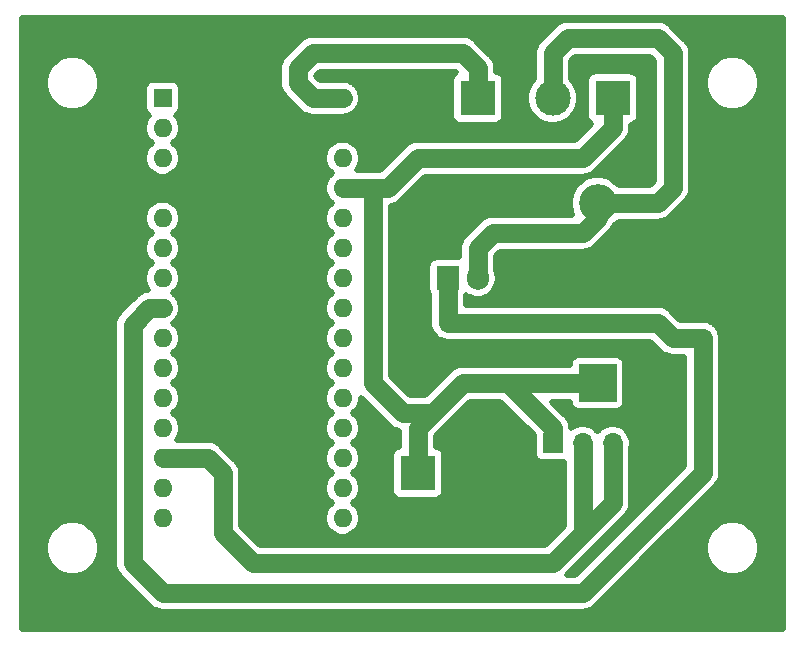
<source format=gbr>
%TF.GenerationSoftware,KiCad,Pcbnew,(5.1.6)-1*%
%TF.CreationDate,2021-10-28T13:29:10+07:00*%
%TF.ProjectId,ThermoSanitizer,54686572-6d6f-4536-916e-6974697a6572,rev?*%
%TF.SameCoordinates,Original*%
%TF.FileFunction,Copper,L2,Bot*%
%TF.FilePolarity,Positive*%
%FSLAX46Y46*%
G04 Gerber Fmt 4.6, Leading zero omitted, Abs format (unit mm)*
G04 Created by KiCad (PCBNEW (5.1.6)-1) date 2021-10-28 13:29:10*
%MOMM*%
%LPD*%
G01*
G04 APERTURE LIST*
%TA.AperFunction,ComponentPad*%
%ADD10O,1.600000X1.600000*%
%TD*%
%TA.AperFunction,ComponentPad*%
%ADD11C,1.600000*%
%TD*%
%TA.AperFunction,ComponentPad*%
%ADD12O,1.905000X2.000000*%
%TD*%
%TA.AperFunction,ComponentPad*%
%ADD13R,1.905000X2.000000*%
%TD*%
%TA.AperFunction,ComponentPad*%
%ADD14C,3.000000*%
%TD*%
%TA.AperFunction,ComponentPad*%
%ADD15R,3.000000X3.000000*%
%TD*%
%TA.AperFunction,ComponentPad*%
%ADD16O,1.700000X1.700000*%
%TD*%
%TA.AperFunction,ComponentPad*%
%ADD17R,1.700000X1.700000*%
%TD*%
%TA.AperFunction,ComponentPad*%
%ADD18O,3.200000X3.200000*%
%TD*%
%TA.AperFunction,ComponentPad*%
%ADD19R,3.200000X3.200000*%
%TD*%
%TA.AperFunction,ComponentPad*%
%ADD20R,1.600000X1.600000*%
%TD*%
%TA.AperFunction,Conductor*%
%ADD21C,1.600000*%
%TD*%
%TA.AperFunction,Conductor*%
%ADD22C,0.500000*%
%TD*%
G04 APERTURE END LIST*
D10*
%TO.P,R1,2*%
%TO.N,GND*%
X100330000Y-91440000D03*
D11*
%TO.P,R1,1*%
%TO.N,MOTOR*%
X100330000Y-93980000D03*
%TD*%
D12*
%TO.P,Q1,3*%
%TO.N,GND*%
X83820000Y-88900000D03*
%TO.P,Q1,2*%
%TO.N,Net-(D1-Pad2)*%
X81280000Y-88900000D03*
D13*
%TO.P,Q1,1*%
%TO.N,MOTOR*%
X78740000Y-88900000D03*
%TD*%
D14*
%TO.P,J4,2*%
%TO.N,Net-(D1-Pad2)*%
X87630000Y-73660000D03*
D15*
%TO.P,J4,1*%
%TO.N,+5V*%
X92710000Y-73660000D03*
%TD*%
D14*
%TO.P,J3,2*%
%TO.N,GND*%
X76200000Y-73660000D03*
D15*
%TO.P,J3,1*%
%TO.N,+9V*%
X81280000Y-73660000D03*
%TD*%
D14*
%TO.P,J2,2*%
%TO.N,GND*%
X81280000Y-105410000D03*
D15*
%TO.P,J2,1*%
%TO.N,+5V*%
X76200000Y-105410000D03*
%TD*%
D16*
%TO.P,J1,4*%
%TO.N,GND*%
X95250000Y-102870000D03*
%TO.P,J1,3*%
%TO.N,TRIG&ECHO*%
X92710000Y-102870000D03*
%TO.P,J1,2*%
X90170000Y-102870000D03*
D17*
%TO.P,J1,1*%
%TO.N,+5V*%
X87630000Y-102870000D03*
%TD*%
D18*
%TO.P,D1,2*%
%TO.N,Net-(D1-Pad2)*%
X91440000Y-82550000D03*
D19*
%TO.P,D1,1*%
%TO.N,+5V*%
X91440000Y-97790000D03*
%TD*%
D10*
%TO.P,A1,16*%
%TO.N,Net-(A1-Pad16)*%
X69850000Y-109220000D03*
%TO.P,A1,15*%
%TO.N,Net-(A1-Pad15)*%
X54610000Y-109220000D03*
%TO.P,A1,30*%
%TO.N,+9V*%
X69850000Y-73660000D03*
%TO.P,A1,14*%
%TO.N,Net-(A1-Pad14)*%
X54610000Y-106680000D03*
%TO.P,A1,29*%
%TO.N,GND*%
X69850000Y-76200000D03*
%TO.P,A1,13*%
%TO.N,TRIG&ECHO*%
X54610000Y-104140000D03*
%TO.P,A1,28*%
%TO.N,Net-(A1-Pad28)*%
X69850000Y-78740000D03*
%TO.P,A1,12*%
%TO.N,Net-(A1-Pad12)*%
X54610000Y-101600000D03*
%TO.P,A1,27*%
%TO.N,+5V*%
X69850000Y-81280000D03*
%TO.P,A1,11*%
%TO.N,Net-(A1-Pad11)*%
X54610000Y-99060000D03*
%TO.P,A1,26*%
%TO.N,Net-(A1-Pad26)*%
X69850000Y-83820000D03*
%TO.P,A1,10*%
%TO.N,Net-(A1-Pad10)*%
X54610000Y-96520000D03*
%TO.P,A1,25*%
%TO.N,Net-(A1-Pad25)*%
X69850000Y-86360000D03*
%TO.P,A1,9*%
%TO.N,Net-(A1-Pad9)*%
X54610000Y-93980000D03*
%TO.P,A1,24*%
%TO.N,Net-(A1-Pad24)*%
X69850000Y-88900000D03*
%TO.P,A1,8*%
%TO.N,MOTOR*%
X54610000Y-91440000D03*
%TO.P,A1,23*%
%TO.N,Net-(A1-Pad23)*%
X69850000Y-91440000D03*
%TO.P,A1,7*%
%TO.N,Net-(A1-Pad7)*%
X54610000Y-88900000D03*
%TO.P,A1,22*%
%TO.N,Net-(A1-Pad22)*%
X69850000Y-93980000D03*
%TO.P,A1,6*%
%TO.N,Net-(A1-Pad6)*%
X54610000Y-86360000D03*
%TO.P,A1,21*%
%TO.N,Net-(A1-Pad21)*%
X69850000Y-96520000D03*
%TO.P,A1,5*%
%TO.N,Net-(A1-Pad5)*%
X54610000Y-83820000D03*
%TO.P,A1,20*%
%TO.N,Net-(A1-Pad20)*%
X69850000Y-99060000D03*
%TO.P,A1,4*%
%TO.N,GND*%
X54610000Y-81280000D03*
%TO.P,A1,19*%
%TO.N,Net-(A1-Pad19)*%
X69850000Y-101600000D03*
%TO.P,A1,3*%
%TO.N,Net-(A1-Pad3)*%
X54610000Y-78740000D03*
%TO.P,A1,18*%
%TO.N,Net-(A1-Pad18)*%
X69850000Y-104140000D03*
%TO.P,A1,2*%
%TO.N,Net-(A1-Pad2)*%
X54610000Y-76200000D03*
%TO.P,A1,17*%
%TO.N,Net-(A1-Pad17)*%
X69850000Y-106680000D03*
D20*
%TO.P,A1,1*%
%TO.N,Net-(A1-Pad1)*%
X54610000Y-73660000D03*
%TD*%
D21*
%TO.N,+5V*%
X76200000Y-105410000D02*
X76200000Y-101600000D01*
X87630000Y-101600000D02*
X83820000Y-97790000D01*
X80010000Y-97790000D02*
X83820000Y-97790000D01*
X87630000Y-102870000D02*
X87630000Y-101600000D01*
X83820000Y-97790000D02*
X91440000Y-97790000D01*
X77470000Y-100330000D02*
X74930000Y-100330000D01*
X77470000Y-100330000D02*
X80010000Y-97790000D01*
X76200000Y-101600000D02*
X77470000Y-100330000D01*
X74930000Y-100330000D02*
X72390000Y-97790000D01*
X72390000Y-97790000D02*
X72390000Y-81280000D01*
X72390000Y-81280000D02*
X69850000Y-81280000D01*
X72390000Y-81280000D02*
X73660000Y-81280000D01*
X92710000Y-73660000D02*
X92710000Y-76200000D01*
X92710000Y-76200000D02*
X90170000Y-78740000D01*
X76200000Y-78740000D02*
X73660000Y-81280000D01*
X90170000Y-78740000D02*
X76200000Y-78740000D01*
%TO.N,TRIG&ECHO*%
X92710000Y-102870000D02*
X92710000Y-107950000D01*
X87630000Y-113030000D02*
X62230000Y-113030000D01*
X62230000Y-113030000D02*
X59690000Y-110490000D01*
X59690000Y-110490000D02*
X59690000Y-105410000D01*
X58420000Y-104140000D02*
X54610000Y-104140000D01*
X59690000Y-105410000D02*
X58420000Y-104140000D01*
X90170000Y-102870000D02*
X90170000Y-110490000D01*
X92710000Y-107950000D02*
X90170000Y-110490000D01*
X90170000Y-110490000D02*
X87630000Y-113030000D01*
%TO.N,MOTOR*%
X53478630Y-91440000D02*
X52070000Y-92848630D01*
X54610000Y-91440000D02*
X53478630Y-91440000D01*
X52070000Y-92848630D02*
X52070000Y-113030000D01*
X52070000Y-113030000D02*
X54610000Y-115570000D01*
X100330000Y-105410000D02*
X90170000Y-115570000D01*
X54610000Y-115570000D02*
X90170000Y-115570000D01*
X100330000Y-93980000D02*
X100330000Y-105410000D01*
X78740000Y-92710000D02*
X78740000Y-89168766D01*
X100330000Y-93980000D02*
X97790000Y-93980000D01*
X97790000Y-93980000D02*
X96520000Y-92710000D01*
X96520000Y-92710000D02*
X78740000Y-92710000D01*
%TO.N,+9V*%
X81280000Y-73660000D02*
X81280000Y-71120000D01*
X81280000Y-71120000D02*
X80010000Y-69850000D01*
X80010000Y-69850000D02*
X67310000Y-69850000D01*
X67310000Y-69850000D02*
X66040000Y-71120000D01*
X66040000Y-71120000D02*
X66040000Y-72390000D01*
X67310000Y-73660000D02*
X69850000Y-73660000D01*
X66040000Y-72390000D02*
X67310000Y-73660000D01*
%TO.N,Net-(D1-Pad2)*%
X87630000Y-71120000D02*
X87630000Y-73660000D01*
X81280000Y-88900000D02*
X81280000Y-86360000D01*
X81280000Y-86360000D02*
X82550000Y-85090000D01*
X82550000Y-85090000D02*
X90170000Y-85090000D01*
X90170000Y-85090000D02*
X91440000Y-83820000D01*
X91440000Y-83820000D02*
X91440000Y-82550000D01*
X91440000Y-82550000D02*
X96520000Y-82550000D01*
X96520000Y-82550000D02*
X97790000Y-81280000D01*
X97790000Y-81280000D02*
X97790000Y-69850000D01*
X97790000Y-69850000D02*
X96520000Y-68580000D01*
X96520000Y-68580000D02*
X88900000Y-68580000D01*
X87630000Y-69850000D02*
X87630000Y-71120000D01*
X88900000Y-68580000D02*
X87630000Y-69850000D01*
%TD*%
D22*
%TO.N,GND*%
G36*
X107142001Y-118572000D02*
G01*
X42718000Y-118572000D01*
X42718000Y-111527757D01*
X44632000Y-111527757D01*
X44632000Y-111992243D01*
X44722617Y-112447803D01*
X44900368Y-112876932D01*
X45158422Y-113263137D01*
X45486863Y-113591578D01*
X45873068Y-113849632D01*
X46302197Y-114027383D01*
X46757757Y-114118000D01*
X47222243Y-114118000D01*
X47677803Y-114027383D01*
X48106932Y-113849632D01*
X48493137Y-113591578D01*
X48821578Y-113263137D01*
X49079632Y-112876932D01*
X49257383Y-112447803D01*
X49348000Y-111992243D01*
X49348000Y-111527757D01*
X49257383Y-111072197D01*
X49079632Y-110643068D01*
X48821578Y-110256863D01*
X48493137Y-109928422D01*
X48106932Y-109670368D01*
X47677803Y-109492617D01*
X47222243Y-109402000D01*
X46757757Y-109402000D01*
X46302197Y-109492617D01*
X45873068Y-109670368D01*
X45486863Y-109928422D01*
X45158422Y-110256863D01*
X44900368Y-110643068D01*
X44722617Y-111072197D01*
X44632000Y-111527757D01*
X42718000Y-111527757D01*
X42718000Y-92848630D01*
X50504462Y-92848630D01*
X50512000Y-92925163D01*
X50512001Y-112953457D01*
X50504462Y-113030000D01*
X50534544Y-113335421D01*
X50623632Y-113629106D01*
X50768303Y-113899766D01*
X50840903Y-113988229D01*
X50962998Y-114137003D01*
X51022453Y-114185796D01*
X53454208Y-116617552D01*
X53502997Y-116677003D01*
X53562445Y-116725790D01*
X53740232Y-116871697D01*
X54010893Y-117016368D01*
X54010895Y-117016369D01*
X54304579Y-117105457D01*
X54533465Y-117128000D01*
X54533469Y-117128000D01*
X54609999Y-117135538D01*
X54686530Y-117128000D01*
X90093467Y-117128000D01*
X90170000Y-117135538D01*
X90246533Y-117128000D01*
X90246535Y-117128000D01*
X90475421Y-117105457D01*
X90769105Y-117016369D01*
X91039766Y-116871697D01*
X91277003Y-116677003D01*
X91325801Y-116617542D01*
X96415586Y-111527757D01*
X100512000Y-111527757D01*
X100512000Y-111992243D01*
X100602617Y-112447803D01*
X100780368Y-112876932D01*
X101038422Y-113263137D01*
X101366863Y-113591578D01*
X101753068Y-113849632D01*
X102182197Y-114027383D01*
X102637757Y-114118000D01*
X103102243Y-114118000D01*
X103557803Y-114027383D01*
X103986932Y-113849632D01*
X104373137Y-113591578D01*
X104701578Y-113263137D01*
X104959632Y-112876932D01*
X105137383Y-112447803D01*
X105228000Y-111992243D01*
X105228000Y-111527757D01*
X105137383Y-111072197D01*
X104959632Y-110643068D01*
X104701578Y-110256863D01*
X104373137Y-109928422D01*
X103986932Y-109670368D01*
X103557803Y-109492617D01*
X103102243Y-109402000D01*
X102637757Y-109402000D01*
X102182197Y-109492617D01*
X101753068Y-109670368D01*
X101366863Y-109928422D01*
X101038422Y-110256863D01*
X100780368Y-110643068D01*
X100602617Y-111072197D01*
X100512000Y-111527757D01*
X96415586Y-111527757D01*
X101377547Y-106565797D01*
X101437003Y-106517003D01*
X101572116Y-106352367D01*
X101631697Y-106279767D01*
X101776368Y-106009106D01*
X101776369Y-106009105D01*
X101865457Y-105715421D01*
X101888000Y-105486535D01*
X101888000Y-105486533D01*
X101895538Y-105410000D01*
X101888000Y-105333465D01*
X101888000Y-94056535D01*
X101895538Y-93980000D01*
X101888000Y-93903465D01*
X101888000Y-93826550D01*
X101872995Y-93751118D01*
X101865457Y-93674579D01*
X101843130Y-93600976D01*
X101828126Y-93525548D01*
X101798696Y-93454498D01*
X101776369Y-93380895D01*
X101740113Y-93313064D01*
X101710681Y-93242010D01*
X101667951Y-93178060D01*
X101631697Y-93110234D01*
X101582907Y-93050782D01*
X101540177Y-92986833D01*
X101485797Y-92932453D01*
X101437003Y-92872997D01*
X101377547Y-92824203D01*
X101323167Y-92769823D01*
X101259218Y-92727093D01*
X101199766Y-92678303D01*
X101131940Y-92642049D01*
X101067990Y-92599319D01*
X100996936Y-92569887D01*
X100929105Y-92533631D01*
X100855502Y-92511304D01*
X100784452Y-92481874D01*
X100709024Y-92466870D01*
X100635421Y-92444543D01*
X100558883Y-92437005D01*
X100483450Y-92422000D01*
X100406535Y-92422000D01*
X100330000Y-92414462D01*
X100253465Y-92422000D01*
X98435344Y-92422000D01*
X97675800Y-91662457D01*
X97627003Y-91602997D01*
X97389766Y-91408303D01*
X97119105Y-91263631D01*
X96825421Y-91174543D01*
X96596535Y-91152000D01*
X96596533Y-91152000D01*
X96520000Y-91144462D01*
X96443467Y-91152000D01*
X80298000Y-91152000D01*
X80298000Y-90357038D01*
X80299309Y-90355444D01*
X80325100Y-90376610D01*
X80622254Y-90535442D01*
X80944684Y-90633250D01*
X81280000Y-90666276D01*
X81615317Y-90633250D01*
X81937747Y-90535442D01*
X82234901Y-90376610D01*
X82495358Y-90162858D01*
X82709110Y-89902401D01*
X82867942Y-89605246D01*
X82965750Y-89282816D01*
X82990500Y-89031526D01*
X82990500Y-88768473D01*
X82965750Y-88517183D01*
X82867942Y-88194753D01*
X82838000Y-88138735D01*
X82838000Y-87005344D01*
X83195344Y-86648000D01*
X90093467Y-86648000D01*
X90170000Y-86655538D01*
X90246533Y-86648000D01*
X90246535Y-86648000D01*
X90475421Y-86625457D01*
X90769105Y-86536369D01*
X91039766Y-86391697D01*
X91277003Y-86197003D01*
X91325800Y-86137543D01*
X92487553Y-84975792D01*
X92547003Y-84927003D01*
X92663887Y-84784579D01*
X92741697Y-84689767D01*
X92886033Y-84419734D01*
X92943137Y-84381578D01*
X93216715Y-84108000D01*
X96443467Y-84108000D01*
X96520000Y-84115538D01*
X96596533Y-84108000D01*
X96596535Y-84108000D01*
X96825421Y-84085457D01*
X97119105Y-83996369D01*
X97389766Y-83851697D01*
X97627003Y-83657003D01*
X97675800Y-83597543D01*
X98837555Y-82435790D01*
X98897003Y-82387003D01*
X99013887Y-82244579D01*
X99091697Y-82149767D01*
X99236368Y-81879107D01*
X99241498Y-81862197D01*
X99325457Y-81585421D01*
X99348000Y-81356535D01*
X99348000Y-81356534D01*
X99355538Y-81280001D01*
X99348000Y-81203465D01*
X99348000Y-72157757D01*
X100512000Y-72157757D01*
X100512000Y-72622243D01*
X100602617Y-73077803D01*
X100780368Y-73506932D01*
X101038422Y-73893137D01*
X101366863Y-74221578D01*
X101753068Y-74479632D01*
X102182197Y-74657383D01*
X102637757Y-74748000D01*
X103102243Y-74748000D01*
X103557803Y-74657383D01*
X103986932Y-74479632D01*
X104373137Y-74221578D01*
X104701578Y-73893137D01*
X104959632Y-73506932D01*
X105137383Y-73077803D01*
X105228000Y-72622243D01*
X105228000Y-72157757D01*
X105137383Y-71702197D01*
X104959632Y-71273068D01*
X104701578Y-70886863D01*
X104373137Y-70558422D01*
X103986932Y-70300368D01*
X103557803Y-70122617D01*
X103102243Y-70032000D01*
X102637757Y-70032000D01*
X102182197Y-70122617D01*
X101753068Y-70300368D01*
X101366863Y-70558422D01*
X101038422Y-70886863D01*
X100780368Y-71273068D01*
X100602617Y-71702197D01*
X100512000Y-72157757D01*
X99348000Y-72157757D01*
X99348000Y-69926532D01*
X99355538Y-69849999D01*
X99333629Y-69627553D01*
X99325457Y-69544579D01*
X99236369Y-69250895D01*
X99236368Y-69250893D01*
X99091697Y-68980233D01*
X98945790Y-68802445D01*
X98897003Y-68742997D01*
X98837552Y-68694207D01*
X97675800Y-67532457D01*
X97627003Y-67472997D01*
X97389766Y-67278303D01*
X97119105Y-67133631D01*
X96825421Y-67044543D01*
X96596535Y-67022000D01*
X96596533Y-67022000D01*
X96520000Y-67014462D01*
X96443467Y-67022000D01*
X88976532Y-67022000D01*
X88899999Y-67014462D01*
X88823466Y-67022000D01*
X88823465Y-67022000D01*
X88594579Y-67044543D01*
X88300895Y-67133631D01*
X88300893Y-67133632D01*
X88030233Y-67278303D01*
X87907525Y-67379007D01*
X87792997Y-67472997D01*
X87744207Y-67532448D01*
X86582457Y-68694200D01*
X86522997Y-68742997D01*
X86373923Y-68924646D01*
X86328303Y-68980234D01*
X86222004Y-69179105D01*
X86183631Y-69250896D01*
X86094543Y-69544580D01*
X86086371Y-69627555D01*
X86064462Y-69850000D01*
X86072000Y-69926533D01*
X86072000Y-72024706D01*
X85876097Y-72220609D01*
X85628987Y-72590436D01*
X85458774Y-73001366D01*
X85372000Y-73437606D01*
X85372000Y-73882394D01*
X85458774Y-74318634D01*
X85628987Y-74729564D01*
X85876097Y-75099391D01*
X86190609Y-75413903D01*
X86560436Y-75661013D01*
X86971366Y-75831226D01*
X87407606Y-75918000D01*
X87852394Y-75918000D01*
X88288634Y-75831226D01*
X88699564Y-75661013D01*
X89069391Y-75413903D01*
X89383903Y-75099391D01*
X89631013Y-74729564D01*
X89801226Y-74318634D01*
X89888000Y-73882394D01*
X89888000Y-73437606D01*
X89801226Y-73001366D01*
X89631013Y-72590436D01*
X89383903Y-72220609D01*
X89188000Y-72024706D01*
X89188000Y-70495344D01*
X89545344Y-70138000D01*
X95874656Y-70138000D01*
X96232001Y-70495345D01*
X96232000Y-80634656D01*
X95874656Y-80992000D01*
X93216715Y-80992000D01*
X92943137Y-80718422D01*
X92556932Y-80460368D01*
X92127803Y-80282617D01*
X91672243Y-80192000D01*
X91207757Y-80192000D01*
X90752197Y-80282617D01*
X90323068Y-80460368D01*
X89936863Y-80718422D01*
X89608422Y-81046863D01*
X89350368Y-81433068D01*
X89172617Y-81862197D01*
X89082000Y-82317757D01*
X89082000Y-82782243D01*
X89172617Y-83237803D01*
X89294477Y-83532000D01*
X82626532Y-83532000D01*
X82549999Y-83524462D01*
X82473466Y-83532000D01*
X82473465Y-83532000D01*
X82244579Y-83554543D01*
X81950895Y-83643631D01*
X81950893Y-83643632D01*
X81680233Y-83788303D01*
X81557525Y-83889007D01*
X81442997Y-83982997D01*
X81394208Y-84042447D01*
X80232453Y-85204204D01*
X80172998Y-85252997D01*
X80056114Y-85395422D01*
X79978303Y-85490234D01*
X79833632Y-85760894D01*
X79744544Y-86054579D01*
X79714462Y-86360000D01*
X79722001Y-86436543D01*
X79722001Y-87141239D01*
X79692500Y-87138333D01*
X77787500Y-87138333D01*
X77638906Y-87152968D01*
X77496023Y-87196311D01*
X77364340Y-87266697D01*
X77248920Y-87361420D01*
X77154197Y-87476840D01*
X77083811Y-87608523D01*
X77040468Y-87751406D01*
X77025833Y-87900000D01*
X77025833Y-89900000D01*
X77040468Y-90048594D01*
X77083811Y-90191477D01*
X77154197Y-90323160D01*
X77182001Y-90357039D01*
X77182000Y-92633464D01*
X77174462Y-92710000D01*
X77204543Y-93015421D01*
X77293631Y-93309105D01*
X77438303Y-93579766D01*
X77552073Y-93718396D01*
X77632997Y-93817003D01*
X77870234Y-94011697D01*
X78140895Y-94156369D01*
X78434579Y-94245457D01*
X78740000Y-94275538D01*
X78816535Y-94268000D01*
X95874656Y-94268000D01*
X96634207Y-95027552D01*
X96682997Y-95087003D01*
X96742445Y-95135790D01*
X96920233Y-95281697D01*
X97190893Y-95426368D01*
X97190895Y-95426369D01*
X97484579Y-95515457D01*
X97713465Y-95538000D01*
X97713466Y-95538000D01*
X97789999Y-95545538D01*
X97866532Y-95538000D01*
X98772000Y-95538000D01*
X98772001Y-104764655D01*
X89524657Y-114012000D01*
X88851343Y-114012000D01*
X91217555Y-111645790D01*
X91277003Y-111597003D01*
X91325801Y-111537542D01*
X93757552Y-109105792D01*
X93817003Y-109057003D01*
X93925776Y-108924462D01*
X94011697Y-108819768D01*
X94156368Y-108549107D01*
X94156369Y-108549105D01*
X94245457Y-108255421D01*
X94268000Y-108026535D01*
X94268000Y-108026531D01*
X94275538Y-107950001D01*
X94268000Y-107873470D01*
X94268000Y-103279739D01*
X94318000Y-103028374D01*
X94318000Y-102711626D01*
X94256205Y-102400964D01*
X94134991Y-102108327D01*
X93959015Y-101844960D01*
X93735040Y-101620985D01*
X93471673Y-101445009D01*
X93179036Y-101323795D01*
X92868374Y-101262000D01*
X92551626Y-101262000D01*
X92240964Y-101323795D01*
X91948327Y-101445009D01*
X91684960Y-101620985D01*
X91460985Y-101844960D01*
X91440000Y-101876366D01*
X91419015Y-101844960D01*
X91195040Y-101620985D01*
X90931673Y-101445009D01*
X90639036Y-101323795D01*
X90328374Y-101262000D01*
X90011626Y-101262000D01*
X89700964Y-101323795D01*
X89408327Y-101445009D01*
X89194354Y-101587981D01*
X89183859Y-101481420D01*
X89165457Y-101294579D01*
X89076369Y-101000895D01*
X89002133Y-100862010D01*
X88931697Y-100730233D01*
X88813109Y-100585733D01*
X88737003Y-100492997D01*
X88677553Y-100444208D01*
X87581344Y-99348000D01*
X89078333Y-99348000D01*
X89078333Y-99390000D01*
X89092968Y-99538594D01*
X89136311Y-99681477D01*
X89206697Y-99813160D01*
X89301420Y-99928580D01*
X89416840Y-100023303D01*
X89548523Y-100093689D01*
X89691406Y-100137032D01*
X89840000Y-100151667D01*
X93040000Y-100151667D01*
X93188594Y-100137032D01*
X93331477Y-100093689D01*
X93463160Y-100023303D01*
X93578580Y-99928580D01*
X93673303Y-99813160D01*
X93743689Y-99681477D01*
X93787032Y-99538594D01*
X93801667Y-99390000D01*
X93801667Y-96190000D01*
X93787032Y-96041406D01*
X93743689Y-95898523D01*
X93673303Y-95766840D01*
X93578580Y-95651420D01*
X93463160Y-95556697D01*
X93331477Y-95486311D01*
X93188594Y-95442968D01*
X93040000Y-95428333D01*
X89840000Y-95428333D01*
X89691406Y-95442968D01*
X89548523Y-95486311D01*
X89416840Y-95556697D01*
X89301420Y-95651420D01*
X89206697Y-95766840D01*
X89136311Y-95898523D01*
X89092968Y-96041406D01*
X89078333Y-96190000D01*
X89078333Y-96232000D01*
X83896533Y-96232000D01*
X83820000Y-96224462D01*
X83743467Y-96232000D01*
X80086530Y-96232000D01*
X80009999Y-96224462D01*
X79933469Y-96232000D01*
X79933465Y-96232000D01*
X79704579Y-96254543D01*
X79410895Y-96343631D01*
X79410893Y-96343632D01*
X79140232Y-96488303D01*
X78995033Y-96607466D01*
X78902997Y-96682997D01*
X78854208Y-96742448D01*
X76824657Y-98772000D01*
X75575345Y-98772000D01*
X73948000Y-97144657D01*
X73948000Y-82817173D01*
X73965421Y-82815457D01*
X74259105Y-82726369D01*
X74529766Y-82581697D01*
X74767003Y-82387003D01*
X74815801Y-82327542D01*
X76845345Y-80298000D01*
X90093467Y-80298000D01*
X90170000Y-80305538D01*
X90246533Y-80298000D01*
X90246535Y-80298000D01*
X90475421Y-80275457D01*
X90769105Y-80186369D01*
X91039766Y-80041697D01*
X91277003Y-79847003D01*
X91325801Y-79787542D01*
X93757552Y-77355792D01*
X93817003Y-77307003D01*
X93925776Y-77174462D01*
X94011697Y-77069768D01*
X94156368Y-76799107D01*
X94156369Y-76799105D01*
X94245457Y-76505421D01*
X94268000Y-76276535D01*
X94268000Y-76276531D01*
X94275538Y-76200001D01*
X94268000Y-76123470D01*
X94268000Y-75915955D01*
X94358594Y-75907032D01*
X94501477Y-75863689D01*
X94633160Y-75793303D01*
X94748580Y-75698580D01*
X94843303Y-75583160D01*
X94913689Y-75451477D01*
X94957032Y-75308594D01*
X94971667Y-75160000D01*
X94971667Y-72160000D01*
X94957032Y-72011406D01*
X94913689Y-71868523D01*
X94843303Y-71736840D01*
X94748580Y-71621420D01*
X94633160Y-71526697D01*
X94501477Y-71456311D01*
X94358594Y-71412968D01*
X94210000Y-71398333D01*
X91210000Y-71398333D01*
X91061406Y-71412968D01*
X90918523Y-71456311D01*
X90786840Y-71526697D01*
X90671420Y-71621420D01*
X90576697Y-71736840D01*
X90506311Y-71868523D01*
X90462968Y-72011406D01*
X90448333Y-72160000D01*
X90448333Y-75160000D01*
X90462968Y-75308594D01*
X90506311Y-75451477D01*
X90576697Y-75583160D01*
X90671420Y-75698580D01*
X90786840Y-75793303D01*
X90869285Y-75837371D01*
X89524657Y-77182000D01*
X76276530Y-77182000D01*
X76199999Y-77174462D01*
X76123469Y-77182000D01*
X76123465Y-77182000D01*
X75894579Y-77204543D01*
X75600895Y-77293631D01*
X75600893Y-77293632D01*
X75330232Y-77438303D01*
X75185033Y-77557466D01*
X75092997Y-77632997D01*
X75044208Y-77692447D01*
X73014657Y-79722000D01*
X72466535Y-79722000D01*
X72390000Y-79714462D01*
X72313465Y-79722000D01*
X71067639Y-79722000D01*
X71230681Y-79477990D01*
X71348126Y-79194452D01*
X71408000Y-78893450D01*
X71408000Y-78586550D01*
X71348126Y-78285548D01*
X71230681Y-78002010D01*
X71060177Y-77746833D01*
X70843167Y-77529823D01*
X70587990Y-77359319D01*
X70304452Y-77241874D01*
X70003450Y-77182000D01*
X69696550Y-77182000D01*
X69395548Y-77241874D01*
X69112010Y-77359319D01*
X68856833Y-77529823D01*
X68639823Y-77746833D01*
X68469319Y-78002010D01*
X68351874Y-78285548D01*
X68292000Y-78586550D01*
X68292000Y-78893450D01*
X68351874Y-79194452D01*
X68469319Y-79477990D01*
X68639823Y-79733167D01*
X68856833Y-79950177D01*
X68943744Y-80008249D01*
X68920782Y-80027093D01*
X68856833Y-80069823D01*
X68802453Y-80124203D01*
X68742997Y-80172997D01*
X68694203Y-80232453D01*
X68639823Y-80286833D01*
X68597093Y-80350782D01*
X68548303Y-80410234D01*
X68512049Y-80478060D01*
X68469319Y-80542010D01*
X68439887Y-80613064D01*
X68403631Y-80680895D01*
X68381304Y-80754498D01*
X68351874Y-80825548D01*
X68336870Y-80900976D01*
X68314543Y-80974579D01*
X68307005Y-81051118D01*
X68292000Y-81126550D01*
X68292000Y-81203465D01*
X68284462Y-81280000D01*
X68292000Y-81356534D01*
X68292000Y-81433450D01*
X68307005Y-81508882D01*
X68314543Y-81585421D01*
X68336870Y-81659024D01*
X68351874Y-81734452D01*
X68381304Y-81805502D01*
X68403631Y-81879105D01*
X68439887Y-81946936D01*
X68469319Y-82017990D01*
X68512049Y-82081940D01*
X68548303Y-82149766D01*
X68597093Y-82209218D01*
X68639823Y-82273167D01*
X68694203Y-82327547D01*
X68742997Y-82387003D01*
X68802453Y-82435797D01*
X68856833Y-82490177D01*
X68920782Y-82532907D01*
X68943744Y-82551751D01*
X68856833Y-82609823D01*
X68639823Y-82826833D01*
X68469319Y-83082010D01*
X68351874Y-83365548D01*
X68292000Y-83666550D01*
X68292000Y-83973450D01*
X68351874Y-84274452D01*
X68469319Y-84557990D01*
X68639823Y-84813167D01*
X68856833Y-85030177D01*
X68946364Y-85090000D01*
X68856833Y-85149823D01*
X68639823Y-85366833D01*
X68469319Y-85622010D01*
X68351874Y-85905548D01*
X68292000Y-86206550D01*
X68292000Y-86513450D01*
X68351874Y-86814452D01*
X68469319Y-87097990D01*
X68639823Y-87353167D01*
X68856833Y-87570177D01*
X68946364Y-87630000D01*
X68856833Y-87689823D01*
X68639823Y-87906833D01*
X68469319Y-88162010D01*
X68351874Y-88445548D01*
X68292000Y-88746550D01*
X68292000Y-89053450D01*
X68351874Y-89354452D01*
X68469319Y-89637990D01*
X68639823Y-89893167D01*
X68856833Y-90110177D01*
X68946364Y-90170000D01*
X68856833Y-90229823D01*
X68639823Y-90446833D01*
X68469319Y-90702010D01*
X68351874Y-90985548D01*
X68292000Y-91286550D01*
X68292000Y-91593450D01*
X68351874Y-91894452D01*
X68469319Y-92177990D01*
X68639823Y-92433167D01*
X68856833Y-92650177D01*
X68946364Y-92710000D01*
X68856833Y-92769823D01*
X68639823Y-92986833D01*
X68469319Y-93242010D01*
X68351874Y-93525548D01*
X68292000Y-93826550D01*
X68292000Y-94133450D01*
X68351874Y-94434452D01*
X68469319Y-94717990D01*
X68639823Y-94973167D01*
X68856833Y-95190177D01*
X68946364Y-95250000D01*
X68856833Y-95309823D01*
X68639823Y-95526833D01*
X68469319Y-95782010D01*
X68351874Y-96065548D01*
X68292000Y-96366550D01*
X68292000Y-96673450D01*
X68351874Y-96974452D01*
X68469319Y-97257990D01*
X68639823Y-97513167D01*
X68856833Y-97730177D01*
X68946364Y-97790000D01*
X68856833Y-97849823D01*
X68639823Y-98066833D01*
X68469319Y-98322010D01*
X68351874Y-98605548D01*
X68292000Y-98906550D01*
X68292000Y-99213450D01*
X68351874Y-99514452D01*
X68469319Y-99797990D01*
X68639823Y-100053167D01*
X68856833Y-100270177D01*
X68946364Y-100330000D01*
X68856833Y-100389823D01*
X68639823Y-100606833D01*
X68469319Y-100862010D01*
X68351874Y-101145548D01*
X68292000Y-101446550D01*
X68292000Y-101753450D01*
X68351874Y-102054452D01*
X68469319Y-102337990D01*
X68639823Y-102593167D01*
X68856833Y-102810177D01*
X68946364Y-102870000D01*
X68856833Y-102929823D01*
X68639823Y-103146833D01*
X68469319Y-103402010D01*
X68351874Y-103685548D01*
X68292000Y-103986550D01*
X68292000Y-104293450D01*
X68351874Y-104594452D01*
X68469319Y-104877990D01*
X68639823Y-105133167D01*
X68856833Y-105350177D01*
X68946364Y-105410000D01*
X68856833Y-105469823D01*
X68639823Y-105686833D01*
X68469319Y-105942010D01*
X68351874Y-106225548D01*
X68292000Y-106526550D01*
X68292000Y-106833450D01*
X68351874Y-107134452D01*
X68469319Y-107417990D01*
X68639823Y-107673167D01*
X68856833Y-107890177D01*
X68946364Y-107950000D01*
X68856833Y-108009823D01*
X68639823Y-108226833D01*
X68469319Y-108482010D01*
X68351874Y-108765548D01*
X68292000Y-109066550D01*
X68292000Y-109373450D01*
X68351874Y-109674452D01*
X68469319Y-109957990D01*
X68639823Y-110213167D01*
X68856833Y-110430177D01*
X69112010Y-110600681D01*
X69395548Y-110718126D01*
X69696550Y-110778000D01*
X70003450Y-110778000D01*
X70304452Y-110718126D01*
X70587990Y-110600681D01*
X70843167Y-110430177D01*
X71060177Y-110213167D01*
X71230681Y-109957990D01*
X71348126Y-109674452D01*
X71408000Y-109373450D01*
X71408000Y-109066550D01*
X71348126Y-108765548D01*
X71230681Y-108482010D01*
X71060177Y-108226833D01*
X70843167Y-108009823D01*
X70753636Y-107950000D01*
X70843167Y-107890177D01*
X71060177Y-107673167D01*
X71230681Y-107417990D01*
X71348126Y-107134452D01*
X71408000Y-106833450D01*
X71408000Y-106526550D01*
X71348126Y-106225548D01*
X71230681Y-105942010D01*
X71060177Y-105686833D01*
X70843167Y-105469823D01*
X70753636Y-105410000D01*
X70843167Y-105350177D01*
X71060177Y-105133167D01*
X71230681Y-104877990D01*
X71348126Y-104594452D01*
X71408000Y-104293450D01*
X71408000Y-103986550D01*
X71348126Y-103685548D01*
X71230681Y-103402010D01*
X71060177Y-103146833D01*
X70843167Y-102929823D01*
X70753636Y-102870000D01*
X70843167Y-102810177D01*
X71060177Y-102593167D01*
X71230681Y-102337990D01*
X71348126Y-102054452D01*
X71408000Y-101753450D01*
X71408000Y-101446550D01*
X71348126Y-101145548D01*
X71230681Y-100862010D01*
X71060177Y-100606833D01*
X70843167Y-100389823D01*
X70753636Y-100330000D01*
X70843167Y-100270177D01*
X71060177Y-100053167D01*
X71230681Y-99797990D01*
X71348126Y-99514452D01*
X71408000Y-99213450D01*
X71408000Y-99011343D01*
X73774208Y-101377552D01*
X73822997Y-101437003D01*
X73882445Y-101485790D01*
X74060232Y-101631697D01*
X74305878Y-101762997D01*
X74330895Y-101776369D01*
X74624579Y-101865457D01*
X74642001Y-101867173D01*
X74642001Y-103154045D01*
X74551406Y-103162968D01*
X74408523Y-103206311D01*
X74276840Y-103276697D01*
X74161420Y-103371420D01*
X74066697Y-103486840D01*
X73996311Y-103618523D01*
X73952968Y-103761406D01*
X73938333Y-103910000D01*
X73938333Y-106910000D01*
X73952968Y-107058594D01*
X73996311Y-107201477D01*
X74066697Y-107333160D01*
X74161420Y-107448580D01*
X74276840Y-107543303D01*
X74408523Y-107613689D01*
X74551406Y-107657032D01*
X74700000Y-107671667D01*
X77700000Y-107671667D01*
X77848594Y-107657032D01*
X77991477Y-107613689D01*
X78123160Y-107543303D01*
X78238580Y-107448580D01*
X78333303Y-107333160D01*
X78403689Y-107201477D01*
X78447032Y-107058594D01*
X78461667Y-106910000D01*
X78461667Y-103910000D01*
X78447032Y-103761406D01*
X78403689Y-103618523D01*
X78333303Y-103486840D01*
X78238580Y-103371420D01*
X78123160Y-103276697D01*
X77991477Y-103206311D01*
X77848594Y-103162968D01*
X77758000Y-103154045D01*
X77758000Y-102245344D01*
X78517555Y-101485790D01*
X78577003Y-101437003D01*
X78625801Y-101377542D01*
X80655345Y-99348000D01*
X83174657Y-99348000D01*
X86018333Y-102191678D01*
X86018333Y-103720000D01*
X86032968Y-103868594D01*
X86076311Y-104011477D01*
X86146697Y-104143160D01*
X86241420Y-104258580D01*
X86356840Y-104353303D01*
X86488523Y-104423689D01*
X86631406Y-104467032D01*
X86780000Y-104481667D01*
X88480000Y-104481667D01*
X88612000Y-104468666D01*
X88612001Y-109844654D01*
X86984657Y-111472000D01*
X62875345Y-111472000D01*
X61248000Y-109844657D01*
X61248000Y-105486532D01*
X61255538Y-105409999D01*
X61233629Y-105187553D01*
X61225457Y-105104579D01*
X61136369Y-104810895D01*
X61097996Y-104739105D01*
X60991697Y-104540233D01*
X60845790Y-104362445D01*
X60797003Y-104302997D01*
X60737552Y-104254207D01*
X59575800Y-103092457D01*
X59527003Y-103032997D01*
X59289766Y-102838303D01*
X59019105Y-102693631D01*
X58725421Y-102604543D01*
X58496535Y-102582000D01*
X58496533Y-102582000D01*
X58420000Y-102574462D01*
X58343467Y-102582000D01*
X55827639Y-102582000D01*
X55990681Y-102337990D01*
X56108126Y-102054452D01*
X56168000Y-101753450D01*
X56168000Y-101446550D01*
X56108126Y-101145548D01*
X55990681Y-100862010D01*
X55820177Y-100606833D01*
X55603167Y-100389823D01*
X55513636Y-100330000D01*
X55603167Y-100270177D01*
X55820177Y-100053167D01*
X55990681Y-99797990D01*
X56108126Y-99514452D01*
X56168000Y-99213450D01*
X56168000Y-98906550D01*
X56108126Y-98605548D01*
X55990681Y-98322010D01*
X55820177Y-98066833D01*
X55603167Y-97849823D01*
X55513636Y-97790000D01*
X55603167Y-97730177D01*
X55820177Y-97513167D01*
X55990681Y-97257990D01*
X56108126Y-96974452D01*
X56168000Y-96673450D01*
X56168000Y-96366550D01*
X56108126Y-96065548D01*
X55990681Y-95782010D01*
X55820177Y-95526833D01*
X55603167Y-95309823D01*
X55513636Y-95250000D01*
X55603167Y-95190177D01*
X55820177Y-94973167D01*
X55990681Y-94717990D01*
X56108126Y-94434452D01*
X56168000Y-94133450D01*
X56168000Y-93826550D01*
X56108126Y-93525548D01*
X55990681Y-93242010D01*
X55820177Y-92986833D01*
X55603167Y-92769823D01*
X55516256Y-92711751D01*
X55539218Y-92692907D01*
X55603167Y-92650177D01*
X55657547Y-92595797D01*
X55717003Y-92547003D01*
X55765797Y-92487547D01*
X55820177Y-92433167D01*
X55862907Y-92369218D01*
X55911697Y-92309766D01*
X55947951Y-92241940D01*
X55990681Y-92177990D01*
X56020113Y-92106936D01*
X56056369Y-92039105D01*
X56078696Y-91965502D01*
X56108126Y-91894452D01*
X56123130Y-91819024D01*
X56145457Y-91745421D01*
X56152995Y-91668882D01*
X56168000Y-91593450D01*
X56168000Y-91516535D01*
X56175538Y-91440000D01*
X56168000Y-91363465D01*
X56168000Y-91286550D01*
X56152995Y-91211118D01*
X56145457Y-91134579D01*
X56123130Y-91060976D01*
X56108126Y-90985548D01*
X56078696Y-90914498D01*
X56056369Y-90840895D01*
X56020113Y-90773064D01*
X55990681Y-90702010D01*
X55947951Y-90638060D01*
X55911697Y-90570234D01*
X55862907Y-90510782D01*
X55820177Y-90446833D01*
X55765797Y-90392453D01*
X55717003Y-90332997D01*
X55657547Y-90284203D01*
X55603167Y-90229823D01*
X55539218Y-90187093D01*
X55516256Y-90168249D01*
X55603167Y-90110177D01*
X55820177Y-89893167D01*
X55990681Y-89637990D01*
X56108126Y-89354452D01*
X56168000Y-89053450D01*
X56168000Y-88746550D01*
X56108126Y-88445548D01*
X55990681Y-88162010D01*
X55820177Y-87906833D01*
X55603167Y-87689823D01*
X55513636Y-87630000D01*
X55603167Y-87570177D01*
X55820177Y-87353167D01*
X55990681Y-87097990D01*
X56108126Y-86814452D01*
X56168000Y-86513450D01*
X56168000Y-86206550D01*
X56108126Y-85905548D01*
X55990681Y-85622010D01*
X55820177Y-85366833D01*
X55603167Y-85149823D01*
X55513636Y-85090000D01*
X55603167Y-85030177D01*
X55820177Y-84813167D01*
X55990681Y-84557990D01*
X56108126Y-84274452D01*
X56168000Y-83973450D01*
X56168000Y-83666550D01*
X56108126Y-83365548D01*
X55990681Y-83082010D01*
X55820177Y-82826833D01*
X55603167Y-82609823D01*
X55347990Y-82439319D01*
X55064452Y-82321874D01*
X54763450Y-82262000D01*
X54456550Y-82262000D01*
X54155548Y-82321874D01*
X53872010Y-82439319D01*
X53616833Y-82609823D01*
X53399823Y-82826833D01*
X53229319Y-83082010D01*
X53111874Y-83365548D01*
X53052000Y-83666550D01*
X53052000Y-83973450D01*
X53111874Y-84274452D01*
X53229319Y-84557990D01*
X53399823Y-84813167D01*
X53616833Y-85030177D01*
X53706364Y-85090000D01*
X53616833Y-85149823D01*
X53399823Y-85366833D01*
X53229319Y-85622010D01*
X53111874Y-85905548D01*
X53052000Y-86206550D01*
X53052000Y-86513450D01*
X53111874Y-86814452D01*
X53229319Y-87097990D01*
X53399823Y-87353167D01*
X53616833Y-87570177D01*
X53706364Y-87630000D01*
X53616833Y-87689823D01*
X53399823Y-87906833D01*
X53229319Y-88162010D01*
X53111874Y-88445548D01*
X53052000Y-88746550D01*
X53052000Y-89053450D01*
X53111874Y-89354452D01*
X53229319Y-89637990D01*
X53392962Y-89882899D01*
X53173209Y-89904543D01*
X52879525Y-89993631D01*
X52776697Y-90048594D01*
X52608863Y-90138303D01*
X52497346Y-90229823D01*
X52371627Y-90332997D01*
X52322837Y-90392448D01*
X51022457Y-91692829D01*
X50962997Y-91741627D01*
X50813923Y-91923276D01*
X50768303Y-91978864D01*
X50697731Y-92110895D01*
X50623631Y-92249526D01*
X50534543Y-92543210D01*
X50524008Y-92650177D01*
X50504462Y-92848630D01*
X42718000Y-92848630D01*
X42718000Y-72157757D01*
X44632000Y-72157757D01*
X44632000Y-72622243D01*
X44722617Y-73077803D01*
X44900368Y-73506932D01*
X45158422Y-73893137D01*
X45486863Y-74221578D01*
X45873068Y-74479632D01*
X46302197Y-74657383D01*
X46757757Y-74748000D01*
X47222243Y-74748000D01*
X47677803Y-74657383D01*
X48106932Y-74479632D01*
X48493137Y-74221578D01*
X48821578Y-73893137D01*
X49079632Y-73506932D01*
X49257383Y-73077803D01*
X49300706Y-72860000D01*
X53048333Y-72860000D01*
X53048333Y-74460000D01*
X53062968Y-74608594D01*
X53106311Y-74751477D01*
X53176697Y-74883160D01*
X53271420Y-74998580D01*
X53386840Y-75093303D01*
X53469285Y-75137371D01*
X53399823Y-75206833D01*
X53229319Y-75462010D01*
X53111874Y-75745548D01*
X53052000Y-76046550D01*
X53052000Y-76353450D01*
X53111874Y-76654452D01*
X53229319Y-76937990D01*
X53399823Y-77193167D01*
X53616833Y-77410177D01*
X53706364Y-77470000D01*
X53616833Y-77529823D01*
X53399823Y-77746833D01*
X53229319Y-78002010D01*
X53111874Y-78285548D01*
X53052000Y-78586550D01*
X53052000Y-78893450D01*
X53111874Y-79194452D01*
X53229319Y-79477990D01*
X53399823Y-79733167D01*
X53616833Y-79950177D01*
X53872010Y-80120681D01*
X54155548Y-80238126D01*
X54456550Y-80298000D01*
X54763450Y-80298000D01*
X55064452Y-80238126D01*
X55347990Y-80120681D01*
X55603167Y-79950177D01*
X55820177Y-79733167D01*
X55990681Y-79477990D01*
X56108126Y-79194452D01*
X56168000Y-78893450D01*
X56168000Y-78586550D01*
X56108126Y-78285548D01*
X55990681Y-78002010D01*
X55820177Y-77746833D01*
X55603167Y-77529823D01*
X55513636Y-77470000D01*
X55603167Y-77410177D01*
X55820177Y-77193167D01*
X55990681Y-76937990D01*
X56108126Y-76654452D01*
X56168000Y-76353450D01*
X56168000Y-76046550D01*
X56108126Y-75745548D01*
X55990681Y-75462010D01*
X55820177Y-75206833D01*
X55750715Y-75137371D01*
X55833160Y-75093303D01*
X55948580Y-74998580D01*
X56043303Y-74883160D01*
X56113689Y-74751477D01*
X56157032Y-74608594D01*
X56171667Y-74460000D01*
X56171667Y-72860000D01*
X56157032Y-72711406D01*
X56113689Y-72568523D01*
X56043303Y-72436840D01*
X55948580Y-72321420D01*
X55833160Y-72226697D01*
X55701477Y-72156311D01*
X55558594Y-72112968D01*
X55410000Y-72098333D01*
X53810000Y-72098333D01*
X53661406Y-72112968D01*
X53518523Y-72156311D01*
X53386840Y-72226697D01*
X53271420Y-72321420D01*
X53176697Y-72436840D01*
X53106311Y-72568523D01*
X53062968Y-72711406D01*
X53048333Y-72860000D01*
X49300706Y-72860000D01*
X49348000Y-72622243D01*
X49348000Y-72157757D01*
X49257383Y-71702197D01*
X49079632Y-71273068D01*
X48977356Y-71120000D01*
X64474462Y-71120000D01*
X64482000Y-71196533D01*
X64482000Y-72313467D01*
X64474462Y-72390000D01*
X64482000Y-72466533D01*
X64482000Y-72466535D01*
X64504543Y-72695421D01*
X64593631Y-72989105D01*
X64593632Y-72989106D01*
X64738303Y-73259766D01*
X64810903Y-73348229D01*
X64932998Y-73497003D01*
X64992453Y-73545796D01*
X66154207Y-74707552D01*
X66202997Y-74767003D01*
X66262445Y-74815790D01*
X66440233Y-74961697D01*
X66594604Y-75044210D01*
X66710895Y-75106369D01*
X67004579Y-75195457D01*
X67233465Y-75218000D01*
X67233466Y-75218000D01*
X67309999Y-75225538D01*
X67386532Y-75218000D01*
X70003450Y-75218000D01*
X70078883Y-75202995D01*
X70155421Y-75195457D01*
X70229024Y-75173130D01*
X70304452Y-75158126D01*
X70375502Y-75128696D01*
X70449105Y-75106369D01*
X70516936Y-75070113D01*
X70587990Y-75040681D01*
X70651940Y-74997951D01*
X70719766Y-74961697D01*
X70779218Y-74912907D01*
X70843167Y-74870177D01*
X70897547Y-74815797D01*
X70957003Y-74767003D01*
X71005797Y-74707547D01*
X71060177Y-74653167D01*
X71102907Y-74589218D01*
X71151697Y-74529766D01*
X71187951Y-74461940D01*
X71230681Y-74397990D01*
X71260113Y-74326936D01*
X71296369Y-74259105D01*
X71318696Y-74185502D01*
X71348126Y-74114452D01*
X71363130Y-74039024D01*
X71385457Y-73965421D01*
X71392995Y-73888882D01*
X71408000Y-73813450D01*
X71408000Y-73736534D01*
X71415538Y-73660000D01*
X71408000Y-73583465D01*
X71408000Y-73506550D01*
X71392995Y-73431118D01*
X71385457Y-73354579D01*
X71363130Y-73280976D01*
X71348126Y-73205548D01*
X71318696Y-73134498D01*
X71296369Y-73060895D01*
X71260113Y-72993064D01*
X71230681Y-72922010D01*
X71187951Y-72858060D01*
X71151697Y-72790234D01*
X71102907Y-72730782D01*
X71060177Y-72666833D01*
X71005797Y-72612453D01*
X70957003Y-72552997D01*
X70897547Y-72504203D01*
X70843167Y-72449823D01*
X70779218Y-72407093D01*
X70719766Y-72358303D01*
X70651940Y-72322049D01*
X70587990Y-72279319D01*
X70516936Y-72249887D01*
X70449105Y-72213631D01*
X70375502Y-72191304D01*
X70304452Y-72161874D01*
X70229024Y-72146870D01*
X70155421Y-72124543D01*
X70078883Y-72117005D01*
X70003450Y-72102000D01*
X67955344Y-72102000D01*
X67608344Y-71755000D01*
X67955344Y-71408000D01*
X79364656Y-71408000D01*
X79439285Y-71482629D01*
X79356840Y-71526697D01*
X79241420Y-71621420D01*
X79146697Y-71736840D01*
X79076311Y-71868523D01*
X79032968Y-72011406D01*
X79018333Y-72160000D01*
X79018333Y-75160000D01*
X79032968Y-75308594D01*
X79076311Y-75451477D01*
X79146697Y-75583160D01*
X79241420Y-75698580D01*
X79356840Y-75793303D01*
X79488523Y-75863689D01*
X79631406Y-75907032D01*
X79780000Y-75921667D01*
X82780000Y-75921667D01*
X82928594Y-75907032D01*
X83071477Y-75863689D01*
X83203160Y-75793303D01*
X83318580Y-75698580D01*
X83413303Y-75583160D01*
X83483689Y-75451477D01*
X83527032Y-75308594D01*
X83541667Y-75160000D01*
X83541667Y-72160000D01*
X83527032Y-72011406D01*
X83483689Y-71868523D01*
X83413303Y-71736840D01*
X83318580Y-71621420D01*
X83203160Y-71526697D01*
X83071477Y-71456311D01*
X82928594Y-71412968D01*
X82838000Y-71404045D01*
X82838000Y-71196532D01*
X82845538Y-71119999D01*
X82822576Y-70886863D01*
X82815457Y-70814579D01*
X82726369Y-70520895D01*
X82726368Y-70520893D01*
X82581697Y-70250233D01*
X82435790Y-70072445D01*
X82387003Y-70012997D01*
X82327552Y-69964207D01*
X81165800Y-68802457D01*
X81117003Y-68742997D01*
X80879766Y-68548303D01*
X80609105Y-68403631D01*
X80315421Y-68314543D01*
X80086535Y-68292000D01*
X80086533Y-68292000D01*
X80010000Y-68284462D01*
X79933467Y-68292000D01*
X67386532Y-68292000D01*
X67309999Y-68284462D01*
X67233466Y-68292000D01*
X67233465Y-68292000D01*
X67004579Y-68314543D01*
X66710895Y-68403631D01*
X66710893Y-68403632D01*
X66440233Y-68548303D01*
X66317525Y-68649007D01*
X66202997Y-68742997D01*
X66154210Y-68802445D01*
X64992457Y-69964200D01*
X64932997Y-70012997D01*
X64783923Y-70194646D01*
X64738303Y-70250234D01*
X64711506Y-70300368D01*
X64593631Y-70520896D01*
X64504543Y-70814580D01*
X64496371Y-70897555D01*
X64474462Y-71120000D01*
X48977356Y-71120000D01*
X48821578Y-70886863D01*
X48493137Y-70558422D01*
X48106932Y-70300368D01*
X47677803Y-70122617D01*
X47222243Y-70032000D01*
X46757757Y-70032000D01*
X46302197Y-70122617D01*
X45873068Y-70300368D01*
X45486863Y-70558422D01*
X45158422Y-70886863D01*
X44900368Y-71273068D01*
X44722617Y-71702197D01*
X44632000Y-72157757D01*
X42718000Y-72157757D01*
X42718000Y-66848000D01*
X107142000Y-66848000D01*
X107142001Y-118572000D01*
G37*
X107142001Y-118572000D02*
X42718000Y-118572000D01*
X42718000Y-111527757D01*
X44632000Y-111527757D01*
X44632000Y-111992243D01*
X44722617Y-112447803D01*
X44900368Y-112876932D01*
X45158422Y-113263137D01*
X45486863Y-113591578D01*
X45873068Y-113849632D01*
X46302197Y-114027383D01*
X46757757Y-114118000D01*
X47222243Y-114118000D01*
X47677803Y-114027383D01*
X48106932Y-113849632D01*
X48493137Y-113591578D01*
X48821578Y-113263137D01*
X49079632Y-112876932D01*
X49257383Y-112447803D01*
X49348000Y-111992243D01*
X49348000Y-111527757D01*
X49257383Y-111072197D01*
X49079632Y-110643068D01*
X48821578Y-110256863D01*
X48493137Y-109928422D01*
X48106932Y-109670368D01*
X47677803Y-109492617D01*
X47222243Y-109402000D01*
X46757757Y-109402000D01*
X46302197Y-109492617D01*
X45873068Y-109670368D01*
X45486863Y-109928422D01*
X45158422Y-110256863D01*
X44900368Y-110643068D01*
X44722617Y-111072197D01*
X44632000Y-111527757D01*
X42718000Y-111527757D01*
X42718000Y-92848630D01*
X50504462Y-92848630D01*
X50512000Y-92925163D01*
X50512001Y-112953457D01*
X50504462Y-113030000D01*
X50534544Y-113335421D01*
X50623632Y-113629106D01*
X50768303Y-113899766D01*
X50840903Y-113988229D01*
X50962998Y-114137003D01*
X51022453Y-114185796D01*
X53454208Y-116617552D01*
X53502997Y-116677003D01*
X53562445Y-116725790D01*
X53740232Y-116871697D01*
X54010893Y-117016368D01*
X54010895Y-117016369D01*
X54304579Y-117105457D01*
X54533465Y-117128000D01*
X54533469Y-117128000D01*
X54609999Y-117135538D01*
X54686530Y-117128000D01*
X90093467Y-117128000D01*
X90170000Y-117135538D01*
X90246533Y-117128000D01*
X90246535Y-117128000D01*
X90475421Y-117105457D01*
X90769105Y-117016369D01*
X91039766Y-116871697D01*
X91277003Y-116677003D01*
X91325801Y-116617542D01*
X96415586Y-111527757D01*
X100512000Y-111527757D01*
X100512000Y-111992243D01*
X100602617Y-112447803D01*
X100780368Y-112876932D01*
X101038422Y-113263137D01*
X101366863Y-113591578D01*
X101753068Y-113849632D01*
X102182197Y-114027383D01*
X102637757Y-114118000D01*
X103102243Y-114118000D01*
X103557803Y-114027383D01*
X103986932Y-113849632D01*
X104373137Y-113591578D01*
X104701578Y-113263137D01*
X104959632Y-112876932D01*
X105137383Y-112447803D01*
X105228000Y-111992243D01*
X105228000Y-111527757D01*
X105137383Y-111072197D01*
X104959632Y-110643068D01*
X104701578Y-110256863D01*
X104373137Y-109928422D01*
X103986932Y-109670368D01*
X103557803Y-109492617D01*
X103102243Y-109402000D01*
X102637757Y-109402000D01*
X102182197Y-109492617D01*
X101753068Y-109670368D01*
X101366863Y-109928422D01*
X101038422Y-110256863D01*
X100780368Y-110643068D01*
X100602617Y-111072197D01*
X100512000Y-111527757D01*
X96415586Y-111527757D01*
X101377547Y-106565797D01*
X101437003Y-106517003D01*
X101572116Y-106352367D01*
X101631697Y-106279767D01*
X101776368Y-106009106D01*
X101776369Y-106009105D01*
X101865457Y-105715421D01*
X101888000Y-105486535D01*
X101888000Y-105486533D01*
X101895538Y-105410000D01*
X101888000Y-105333465D01*
X101888000Y-94056535D01*
X101895538Y-93980000D01*
X101888000Y-93903465D01*
X101888000Y-93826550D01*
X101872995Y-93751118D01*
X101865457Y-93674579D01*
X101843130Y-93600976D01*
X101828126Y-93525548D01*
X101798696Y-93454498D01*
X101776369Y-93380895D01*
X101740113Y-93313064D01*
X101710681Y-93242010D01*
X101667951Y-93178060D01*
X101631697Y-93110234D01*
X101582907Y-93050782D01*
X101540177Y-92986833D01*
X101485797Y-92932453D01*
X101437003Y-92872997D01*
X101377547Y-92824203D01*
X101323167Y-92769823D01*
X101259218Y-92727093D01*
X101199766Y-92678303D01*
X101131940Y-92642049D01*
X101067990Y-92599319D01*
X100996936Y-92569887D01*
X100929105Y-92533631D01*
X100855502Y-92511304D01*
X100784452Y-92481874D01*
X100709024Y-92466870D01*
X100635421Y-92444543D01*
X100558883Y-92437005D01*
X100483450Y-92422000D01*
X100406535Y-92422000D01*
X100330000Y-92414462D01*
X100253465Y-92422000D01*
X98435344Y-92422000D01*
X97675800Y-91662457D01*
X97627003Y-91602997D01*
X97389766Y-91408303D01*
X97119105Y-91263631D01*
X96825421Y-91174543D01*
X96596535Y-91152000D01*
X96596533Y-91152000D01*
X96520000Y-91144462D01*
X96443467Y-91152000D01*
X80298000Y-91152000D01*
X80298000Y-90357038D01*
X80299309Y-90355444D01*
X80325100Y-90376610D01*
X80622254Y-90535442D01*
X80944684Y-90633250D01*
X81280000Y-90666276D01*
X81615317Y-90633250D01*
X81937747Y-90535442D01*
X82234901Y-90376610D01*
X82495358Y-90162858D01*
X82709110Y-89902401D01*
X82867942Y-89605246D01*
X82965750Y-89282816D01*
X82990500Y-89031526D01*
X82990500Y-88768473D01*
X82965750Y-88517183D01*
X82867942Y-88194753D01*
X82838000Y-88138735D01*
X82838000Y-87005344D01*
X83195344Y-86648000D01*
X90093467Y-86648000D01*
X90170000Y-86655538D01*
X90246533Y-86648000D01*
X90246535Y-86648000D01*
X90475421Y-86625457D01*
X90769105Y-86536369D01*
X91039766Y-86391697D01*
X91277003Y-86197003D01*
X91325800Y-86137543D01*
X92487553Y-84975792D01*
X92547003Y-84927003D01*
X92663887Y-84784579D01*
X92741697Y-84689767D01*
X92886033Y-84419734D01*
X92943137Y-84381578D01*
X93216715Y-84108000D01*
X96443467Y-84108000D01*
X96520000Y-84115538D01*
X96596533Y-84108000D01*
X96596535Y-84108000D01*
X96825421Y-84085457D01*
X97119105Y-83996369D01*
X97389766Y-83851697D01*
X97627003Y-83657003D01*
X97675800Y-83597543D01*
X98837555Y-82435790D01*
X98897003Y-82387003D01*
X99013887Y-82244579D01*
X99091697Y-82149767D01*
X99236368Y-81879107D01*
X99241498Y-81862197D01*
X99325457Y-81585421D01*
X99348000Y-81356535D01*
X99348000Y-81356534D01*
X99355538Y-81280001D01*
X99348000Y-81203465D01*
X99348000Y-72157757D01*
X100512000Y-72157757D01*
X100512000Y-72622243D01*
X100602617Y-73077803D01*
X100780368Y-73506932D01*
X101038422Y-73893137D01*
X101366863Y-74221578D01*
X101753068Y-74479632D01*
X102182197Y-74657383D01*
X102637757Y-74748000D01*
X103102243Y-74748000D01*
X103557803Y-74657383D01*
X103986932Y-74479632D01*
X104373137Y-74221578D01*
X104701578Y-73893137D01*
X104959632Y-73506932D01*
X105137383Y-73077803D01*
X105228000Y-72622243D01*
X105228000Y-72157757D01*
X105137383Y-71702197D01*
X104959632Y-71273068D01*
X104701578Y-70886863D01*
X104373137Y-70558422D01*
X103986932Y-70300368D01*
X103557803Y-70122617D01*
X103102243Y-70032000D01*
X102637757Y-70032000D01*
X102182197Y-70122617D01*
X101753068Y-70300368D01*
X101366863Y-70558422D01*
X101038422Y-70886863D01*
X100780368Y-71273068D01*
X100602617Y-71702197D01*
X100512000Y-72157757D01*
X99348000Y-72157757D01*
X99348000Y-69926532D01*
X99355538Y-69849999D01*
X99333629Y-69627553D01*
X99325457Y-69544579D01*
X99236369Y-69250895D01*
X99236368Y-69250893D01*
X99091697Y-68980233D01*
X98945790Y-68802445D01*
X98897003Y-68742997D01*
X98837552Y-68694207D01*
X97675800Y-67532457D01*
X97627003Y-67472997D01*
X97389766Y-67278303D01*
X97119105Y-67133631D01*
X96825421Y-67044543D01*
X96596535Y-67022000D01*
X96596533Y-67022000D01*
X96520000Y-67014462D01*
X96443467Y-67022000D01*
X88976532Y-67022000D01*
X88899999Y-67014462D01*
X88823466Y-67022000D01*
X88823465Y-67022000D01*
X88594579Y-67044543D01*
X88300895Y-67133631D01*
X88300893Y-67133632D01*
X88030233Y-67278303D01*
X87907525Y-67379007D01*
X87792997Y-67472997D01*
X87744207Y-67532448D01*
X86582457Y-68694200D01*
X86522997Y-68742997D01*
X86373923Y-68924646D01*
X86328303Y-68980234D01*
X86222004Y-69179105D01*
X86183631Y-69250896D01*
X86094543Y-69544580D01*
X86086371Y-69627555D01*
X86064462Y-69850000D01*
X86072000Y-69926533D01*
X86072000Y-72024706D01*
X85876097Y-72220609D01*
X85628987Y-72590436D01*
X85458774Y-73001366D01*
X85372000Y-73437606D01*
X85372000Y-73882394D01*
X85458774Y-74318634D01*
X85628987Y-74729564D01*
X85876097Y-75099391D01*
X86190609Y-75413903D01*
X86560436Y-75661013D01*
X86971366Y-75831226D01*
X87407606Y-75918000D01*
X87852394Y-75918000D01*
X88288634Y-75831226D01*
X88699564Y-75661013D01*
X89069391Y-75413903D01*
X89383903Y-75099391D01*
X89631013Y-74729564D01*
X89801226Y-74318634D01*
X89888000Y-73882394D01*
X89888000Y-73437606D01*
X89801226Y-73001366D01*
X89631013Y-72590436D01*
X89383903Y-72220609D01*
X89188000Y-72024706D01*
X89188000Y-70495344D01*
X89545344Y-70138000D01*
X95874656Y-70138000D01*
X96232001Y-70495345D01*
X96232000Y-80634656D01*
X95874656Y-80992000D01*
X93216715Y-80992000D01*
X92943137Y-80718422D01*
X92556932Y-80460368D01*
X92127803Y-80282617D01*
X91672243Y-80192000D01*
X91207757Y-80192000D01*
X90752197Y-80282617D01*
X90323068Y-80460368D01*
X89936863Y-80718422D01*
X89608422Y-81046863D01*
X89350368Y-81433068D01*
X89172617Y-81862197D01*
X89082000Y-82317757D01*
X89082000Y-82782243D01*
X89172617Y-83237803D01*
X89294477Y-83532000D01*
X82626532Y-83532000D01*
X82549999Y-83524462D01*
X82473466Y-83532000D01*
X82473465Y-83532000D01*
X82244579Y-83554543D01*
X81950895Y-83643631D01*
X81950893Y-83643632D01*
X81680233Y-83788303D01*
X81557525Y-83889007D01*
X81442997Y-83982997D01*
X81394208Y-84042447D01*
X80232453Y-85204204D01*
X80172998Y-85252997D01*
X80056114Y-85395422D01*
X79978303Y-85490234D01*
X79833632Y-85760894D01*
X79744544Y-86054579D01*
X79714462Y-86360000D01*
X79722001Y-86436543D01*
X79722001Y-87141239D01*
X79692500Y-87138333D01*
X77787500Y-87138333D01*
X77638906Y-87152968D01*
X77496023Y-87196311D01*
X77364340Y-87266697D01*
X77248920Y-87361420D01*
X77154197Y-87476840D01*
X77083811Y-87608523D01*
X77040468Y-87751406D01*
X77025833Y-87900000D01*
X77025833Y-89900000D01*
X77040468Y-90048594D01*
X77083811Y-90191477D01*
X77154197Y-90323160D01*
X77182001Y-90357039D01*
X77182000Y-92633464D01*
X77174462Y-92710000D01*
X77204543Y-93015421D01*
X77293631Y-93309105D01*
X77438303Y-93579766D01*
X77552073Y-93718396D01*
X77632997Y-93817003D01*
X77870234Y-94011697D01*
X78140895Y-94156369D01*
X78434579Y-94245457D01*
X78740000Y-94275538D01*
X78816535Y-94268000D01*
X95874656Y-94268000D01*
X96634207Y-95027552D01*
X96682997Y-95087003D01*
X96742445Y-95135790D01*
X96920233Y-95281697D01*
X97190893Y-95426368D01*
X97190895Y-95426369D01*
X97484579Y-95515457D01*
X97713465Y-95538000D01*
X97713466Y-95538000D01*
X97789999Y-95545538D01*
X97866532Y-95538000D01*
X98772000Y-95538000D01*
X98772001Y-104764655D01*
X89524657Y-114012000D01*
X88851343Y-114012000D01*
X91217555Y-111645790D01*
X91277003Y-111597003D01*
X91325801Y-111537542D01*
X93757552Y-109105792D01*
X93817003Y-109057003D01*
X93925776Y-108924462D01*
X94011697Y-108819768D01*
X94156368Y-108549107D01*
X94156369Y-108549105D01*
X94245457Y-108255421D01*
X94268000Y-108026535D01*
X94268000Y-108026531D01*
X94275538Y-107950001D01*
X94268000Y-107873470D01*
X94268000Y-103279739D01*
X94318000Y-103028374D01*
X94318000Y-102711626D01*
X94256205Y-102400964D01*
X94134991Y-102108327D01*
X93959015Y-101844960D01*
X93735040Y-101620985D01*
X93471673Y-101445009D01*
X93179036Y-101323795D01*
X92868374Y-101262000D01*
X92551626Y-101262000D01*
X92240964Y-101323795D01*
X91948327Y-101445009D01*
X91684960Y-101620985D01*
X91460985Y-101844960D01*
X91440000Y-101876366D01*
X91419015Y-101844960D01*
X91195040Y-101620985D01*
X90931673Y-101445009D01*
X90639036Y-101323795D01*
X90328374Y-101262000D01*
X90011626Y-101262000D01*
X89700964Y-101323795D01*
X89408327Y-101445009D01*
X89194354Y-101587981D01*
X89183859Y-101481420D01*
X89165457Y-101294579D01*
X89076369Y-101000895D01*
X89002133Y-100862010D01*
X88931697Y-100730233D01*
X88813109Y-100585733D01*
X88737003Y-100492997D01*
X88677553Y-100444208D01*
X87581344Y-99348000D01*
X89078333Y-99348000D01*
X89078333Y-99390000D01*
X89092968Y-99538594D01*
X89136311Y-99681477D01*
X89206697Y-99813160D01*
X89301420Y-99928580D01*
X89416840Y-100023303D01*
X89548523Y-100093689D01*
X89691406Y-100137032D01*
X89840000Y-100151667D01*
X93040000Y-100151667D01*
X93188594Y-100137032D01*
X93331477Y-100093689D01*
X93463160Y-100023303D01*
X93578580Y-99928580D01*
X93673303Y-99813160D01*
X93743689Y-99681477D01*
X93787032Y-99538594D01*
X93801667Y-99390000D01*
X93801667Y-96190000D01*
X93787032Y-96041406D01*
X93743689Y-95898523D01*
X93673303Y-95766840D01*
X93578580Y-95651420D01*
X93463160Y-95556697D01*
X93331477Y-95486311D01*
X93188594Y-95442968D01*
X93040000Y-95428333D01*
X89840000Y-95428333D01*
X89691406Y-95442968D01*
X89548523Y-95486311D01*
X89416840Y-95556697D01*
X89301420Y-95651420D01*
X89206697Y-95766840D01*
X89136311Y-95898523D01*
X89092968Y-96041406D01*
X89078333Y-96190000D01*
X89078333Y-96232000D01*
X83896533Y-96232000D01*
X83820000Y-96224462D01*
X83743467Y-96232000D01*
X80086530Y-96232000D01*
X80009999Y-96224462D01*
X79933469Y-96232000D01*
X79933465Y-96232000D01*
X79704579Y-96254543D01*
X79410895Y-96343631D01*
X79410893Y-96343632D01*
X79140232Y-96488303D01*
X78995033Y-96607466D01*
X78902997Y-96682997D01*
X78854208Y-96742448D01*
X76824657Y-98772000D01*
X75575345Y-98772000D01*
X73948000Y-97144657D01*
X73948000Y-82817173D01*
X73965421Y-82815457D01*
X74259105Y-82726369D01*
X74529766Y-82581697D01*
X74767003Y-82387003D01*
X74815801Y-82327542D01*
X76845345Y-80298000D01*
X90093467Y-80298000D01*
X90170000Y-80305538D01*
X90246533Y-80298000D01*
X90246535Y-80298000D01*
X90475421Y-80275457D01*
X90769105Y-80186369D01*
X91039766Y-80041697D01*
X91277003Y-79847003D01*
X91325801Y-79787542D01*
X93757552Y-77355792D01*
X93817003Y-77307003D01*
X93925776Y-77174462D01*
X94011697Y-77069768D01*
X94156368Y-76799107D01*
X94156369Y-76799105D01*
X94245457Y-76505421D01*
X94268000Y-76276535D01*
X94268000Y-76276531D01*
X94275538Y-76200001D01*
X94268000Y-76123470D01*
X94268000Y-75915955D01*
X94358594Y-75907032D01*
X94501477Y-75863689D01*
X94633160Y-75793303D01*
X94748580Y-75698580D01*
X94843303Y-75583160D01*
X94913689Y-75451477D01*
X94957032Y-75308594D01*
X94971667Y-75160000D01*
X94971667Y-72160000D01*
X94957032Y-72011406D01*
X94913689Y-71868523D01*
X94843303Y-71736840D01*
X94748580Y-71621420D01*
X94633160Y-71526697D01*
X94501477Y-71456311D01*
X94358594Y-71412968D01*
X94210000Y-71398333D01*
X91210000Y-71398333D01*
X91061406Y-71412968D01*
X90918523Y-71456311D01*
X90786840Y-71526697D01*
X90671420Y-71621420D01*
X90576697Y-71736840D01*
X90506311Y-71868523D01*
X90462968Y-72011406D01*
X90448333Y-72160000D01*
X90448333Y-75160000D01*
X90462968Y-75308594D01*
X90506311Y-75451477D01*
X90576697Y-75583160D01*
X90671420Y-75698580D01*
X90786840Y-75793303D01*
X90869285Y-75837371D01*
X89524657Y-77182000D01*
X76276530Y-77182000D01*
X76199999Y-77174462D01*
X76123469Y-77182000D01*
X76123465Y-77182000D01*
X75894579Y-77204543D01*
X75600895Y-77293631D01*
X75600893Y-77293632D01*
X75330232Y-77438303D01*
X75185033Y-77557466D01*
X75092997Y-77632997D01*
X75044208Y-77692447D01*
X73014657Y-79722000D01*
X72466535Y-79722000D01*
X72390000Y-79714462D01*
X72313465Y-79722000D01*
X71067639Y-79722000D01*
X71230681Y-79477990D01*
X71348126Y-79194452D01*
X71408000Y-78893450D01*
X71408000Y-78586550D01*
X71348126Y-78285548D01*
X71230681Y-78002010D01*
X71060177Y-77746833D01*
X70843167Y-77529823D01*
X70587990Y-77359319D01*
X70304452Y-77241874D01*
X70003450Y-77182000D01*
X69696550Y-77182000D01*
X69395548Y-77241874D01*
X69112010Y-77359319D01*
X68856833Y-77529823D01*
X68639823Y-77746833D01*
X68469319Y-78002010D01*
X68351874Y-78285548D01*
X68292000Y-78586550D01*
X68292000Y-78893450D01*
X68351874Y-79194452D01*
X68469319Y-79477990D01*
X68639823Y-79733167D01*
X68856833Y-79950177D01*
X68943744Y-80008249D01*
X68920782Y-80027093D01*
X68856833Y-80069823D01*
X68802453Y-80124203D01*
X68742997Y-80172997D01*
X68694203Y-80232453D01*
X68639823Y-80286833D01*
X68597093Y-80350782D01*
X68548303Y-80410234D01*
X68512049Y-80478060D01*
X68469319Y-80542010D01*
X68439887Y-80613064D01*
X68403631Y-80680895D01*
X68381304Y-80754498D01*
X68351874Y-80825548D01*
X68336870Y-80900976D01*
X68314543Y-80974579D01*
X68307005Y-81051118D01*
X68292000Y-81126550D01*
X68292000Y-81203465D01*
X68284462Y-81280000D01*
X68292000Y-81356534D01*
X68292000Y-81433450D01*
X68307005Y-81508882D01*
X68314543Y-81585421D01*
X68336870Y-81659024D01*
X68351874Y-81734452D01*
X68381304Y-81805502D01*
X68403631Y-81879105D01*
X68439887Y-81946936D01*
X68469319Y-82017990D01*
X68512049Y-82081940D01*
X68548303Y-82149766D01*
X68597093Y-82209218D01*
X68639823Y-82273167D01*
X68694203Y-82327547D01*
X68742997Y-82387003D01*
X68802453Y-82435797D01*
X68856833Y-82490177D01*
X68920782Y-82532907D01*
X68943744Y-82551751D01*
X68856833Y-82609823D01*
X68639823Y-82826833D01*
X68469319Y-83082010D01*
X68351874Y-83365548D01*
X68292000Y-83666550D01*
X68292000Y-83973450D01*
X68351874Y-84274452D01*
X68469319Y-84557990D01*
X68639823Y-84813167D01*
X68856833Y-85030177D01*
X68946364Y-85090000D01*
X68856833Y-85149823D01*
X68639823Y-85366833D01*
X68469319Y-85622010D01*
X68351874Y-85905548D01*
X68292000Y-86206550D01*
X68292000Y-86513450D01*
X68351874Y-86814452D01*
X68469319Y-87097990D01*
X68639823Y-87353167D01*
X68856833Y-87570177D01*
X68946364Y-87630000D01*
X68856833Y-87689823D01*
X68639823Y-87906833D01*
X68469319Y-88162010D01*
X68351874Y-88445548D01*
X68292000Y-88746550D01*
X68292000Y-89053450D01*
X68351874Y-89354452D01*
X68469319Y-89637990D01*
X68639823Y-89893167D01*
X68856833Y-90110177D01*
X68946364Y-90170000D01*
X68856833Y-90229823D01*
X68639823Y-90446833D01*
X68469319Y-90702010D01*
X68351874Y-90985548D01*
X68292000Y-91286550D01*
X68292000Y-91593450D01*
X68351874Y-91894452D01*
X68469319Y-92177990D01*
X68639823Y-92433167D01*
X68856833Y-92650177D01*
X68946364Y-92710000D01*
X68856833Y-92769823D01*
X68639823Y-92986833D01*
X68469319Y-93242010D01*
X68351874Y-93525548D01*
X68292000Y-93826550D01*
X68292000Y-94133450D01*
X68351874Y-94434452D01*
X68469319Y-94717990D01*
X68639823Y-94973167D01*
X68856833Y-95190177D01*
X68946364Y-95250000D01*
X68856833Y-95309823D01*
X68639823Y-95526833D01*
X68469319Y-95782010D01*
X68351874Y-96065548D01*
X68292000Y-96366550D01*
X68292000Y-96673450D01*
X68351874Y-96974452D01*
X68469319Y-97257990D01*
X68639823Y-97513167D01*
X68856833Y-97730177D01*
X68946364Y-97790000D01*
X68856833Y-97849823D01*
X68639823Y-98066833D01*
X68469319Y-98322010D01*
X68351874Y-98605548D01*
X68292000Y-98906550D01*
X68292000Y-99213450D01*
X68351874Y-99514452D01*
X68469319Y-99797990D01*
X68639823Y-100053167D01*
X68856833Y-100270177D01*
X68946364Y-100330000D01*
X68856833Y-100389823D01*
X68639823Y-100606833D01*
X68469319Y-100862010D01*
X68351874Y-101145548D01*
X68292000Y-101446550D01*
X68292000Y-101753450D01*
X68351874Y-102054452D01*
X68469319Y-102337990D01*
X68639823Y-102593167D01*
X68856833Y-102810177D01*
X68946364Y-102870000D01*
X68856833Y-102929823D01*
X68639823Y-103146833D01*
X68469319Y-103402010D01*
X68351874Y-103685548D01*
X68292000Y-103986550D01*
X68292000Y-104293450D01*
X68351874Y-104594452D01*
X68469319Y-104877990D01*
X68639823Y-105133167D01*
X68856833Y-105350177D01*
X68946364Y-105410000D01*
X68856833Y-105469823D01*
X68639823Y-105686833D01*
X68469319Y-105942010D01*
X68351874Y-106225548D01*
X68292000Y-106526550D01*
X68292000Y-106833450D01*
X68351874Y-107134452D01*
X68469319Y-107417990D01*
X68639823Y-107673167D01*
X68856833Y-107890177D01*
X68946364Y-107950000D01*
X68856833Y-108009823D01*
X68639823Y-108226833D01*
X68469319Y-108482010D01*
X68351874Y-108765548D01*
X68292000Y-109066550D01*
X68292000Y-109373450D01*
X68351874Y-109674452D01*
X68469319Y-109957990D01*
X68639823Y-110213167D01*
X68856833Y-110430177D01*
X69112010Y-110600681D01*
X69395548Y-110718126D01*
X69696550Y-110778000D01*
X70003450Y-110778000D01*
X70304452Y-110718126D01*
X70587990Y-110600681D01*
X70843167Y-110430177D01*
X71060177Y-110213167D01*
X71230681Y-109957990D01*
X71348126Y-109674452D01*
X71408000Y-109373450D01*
X71408000Y-109066550D01*
X71348126Y-108765548D01*
X71230681Y-108482010D01*
X71060177Y-108226833D01*
X70843167Y-108009823D01*
X70753636Y-107950000D01*
X70843167Y-107890177D01*
X71060177Y-107673167D01*
X71230681Y-107417990D01*
X71348126Y-107134452D01*
X71408000Y-106833450D01*
X71408000Y-106526550D01*
X71348126Y-106225548D01*
X71230681Y-105942010D01*
X71060177Y-105686833D01*
X70843167Y-105469823D01*
X70753636Y-105410000D01*
X70843167Y-105350177D01*
X71060177Y-105133167D01*
X71230681Y-104877990D01*
X71348126Y-104594452D01*
X71408000Y-104293450D01*
X71408000Y-103986550D01*
X71348126Y-103685548D01*
X71230681Y-103402010D01*
X71060177Y-103146833D01*
X70843167Y-102929823D01*
X70753636Y-102870000D01*
X70843167Y-102810177D01*
X71060177Y-102593167D01*
X71230681Y-102337990D01*
X71348126Y-102054452D01*
X71408000Y-101753450D01*
X71408000Y-101446550D01*
X71348126Y-101145548D01*
X71230681Y-100862010D01*
X71060177Y-100606833D01*
X70843167Y-100389823D01*
X70753636Y-100330000D01*
X70843167Y-100270177D01*
X71060177Y-100053167D01*
X71230681Y-99797990D01*
X71348126Y-99514452D01*
X71408000Y-99213450D01*
X71408000Y-99011343D01*
X73774208Y-101377552D01*
X73822997Y-101437003D01*
X73882445Y-101485790D01*
X74060232Y-101631697D01*
X74305878Y-101762997D01*
X74330895Y-101776369D01*
X74624579Y-101865457D01*
X74642001Y-101867173D01*
X74642001Y-103154045D01*
X74551406Y-103162968D01*
X74408523Y-103206311D01*
X74276840Y-103276697D01*
X74161420Y-103371420D01*
X74066697Y-103486840D01*
X73996311Y-103618523D01*
X73952968Y-103761406D01*
X73938333Y-103910000D01*
X73938333Y-106910000D01*
X73952968Y-107058594D01*
X73996311Y-107201477D01*
X74066697Y-107333160D01*
X74161420Y-107448580D01*
X74276840Y-107543303D01*
X74408523Y-107613689D01*
X74551406Y-107657032D01*
X74700000Y-107671667D01*
X77700000Y-107671667D01*
X77848594Y-107657032D01*
X77991477Y-107613689D01*
X78123160Y-107543303D01*
X78238580Y-107448580D01*
X78333303Y-107333160D01*
X78403689Y-107201477D01*
X78447032Y-107058594D01*
X78461667Y-106910000D01*
X78461667Y-103910000D01*
X78447032Y-103761406D01*
X78403689Y-103618523D01*
X78333303Y-103486840D01*
X78238580Y-103371420D01*
X78123160Y-103276697D01*
X77991477Y-103206311D01*
X77848594Y-103162968D01*
X77758000Y-103154045D01*
X77758000Y-102245344D01*
X78517555Y-101485790D01*
X78577003Y-101437003D01*
X78625801Y-101377542D01*
X80655345Y-99348000D01*
X83174657Y-99348000D01*
X86018333Y-102191678D01*
X86018333Y-103720000D01*
X86032968Y-103868594D01*
X86076311Y-104011477D01*
X86146697Y-104143160D01*
X86241420Y-104258580D01*
X86356840Y-104353303D01*
X86488523Y-104423689D01*
X86631406Y-104467032D01*
X86780000Y-104481667D01*
X88480000Y-104481667D01*
X88612000Y-104468666D01*
X88612001Y-109844654D01*
X86984657Y-111472000D01*
X62875345Y-111472000D01*
X61248000Y-109844657D01*
X61248000Y-105486532D01*
X61255538Y-105409999D01*
X61233629Y-105187553D01*
X61225457Y-105104579D01*
X61136369Y-104810895D01*
X61097996Y-104739105D01*
X60991697Y-104540233D01*
X60845790Y-104362445D01*
X60797003Y-104302997D01*
X60737552Y-104254207D01*
X59575800Y-103092457D01*
X59527003Y-103032997D01*
X59289766Y-102838303D01*
X59019105Y-102693631D01*
X58725421Y-102604543D01*
X58496535Y-102582000D01*
X58496533Y-102582000D01*
X58420000Y-102574462D01*
X58343467Y-102582000D01*
X55827639Y-102582000D01*
X55990681Y-102337990D01*
X56108126Y-102054452D01*
X56168000Y-101753450D01*
X56168000Y-101446550D01*
X56108126Y-101145548D01*
X55990681Y-100862010D01*
X55820177Y-100606833D01*
X55603167Y-100389823D01*
X55513636Y-100330000D01*
X55603167Y-100270177D01*
X55820177Y-100053167D01*
X55990681Y-99797990D01*
X56108126Y-99514452D01*
X56168000Y-99213450D01*
X56168000Y-98906550D01*
X56108126Y-98605548D01*
X55990681Y-98322010D01*
X55820177Y-98066833D01*
X55603167Y-97849823D01*
X55513636Y-97790000D01*
X55603167Y-97730177D01*
X55820177Y-97513167D01*
X55990681Y-97257990D01*
X56108126Y-96974452D01*
X56168000Y-96673450D01*
X56168000Y-96366550D01*
X56108126Y-96065548D01*
X55990681Y-95782010D01*
X55820177Y-95526833D01*
X55603167Y-95309823D01*
X55513636Y-95250000D01*
X55603167Y-95190177D01*
X55820177Y-94973167D01*
X55990681Y-94717990D01*
X56108126Y-94434452D01*
X56168000Y-94133450D01*
X56168000Y-93826550D01*
X56108126Y-93525548D01*
X55990681Y-93242010D01*
X55820177Y-92986833D01*
X55603167Y-92769823D01*
X55516256Y-92711751D01*
X55539218Y-92692907D01*
X55603167Y-92650177D01*
X55657547Y-92595797D01*
X55717003Y-92547003D01*
X55765797Y-92487547D01*
X55820177Y-92433167D01*
X55862907Y-92369218D01*
X55911697Y-92309766D01*
X55947951Y-92241940D01*
X55990681Y-92177990D01*
X56020113Y-92106936D01*
X56056369Y-92039105D01*
X56078696Y-91965502D01*
X56108126Y-91894452D01*
X56123130Y-91819024D01*
X56145457Y-91745421D01*
X56152995Y-91668882D01*
X56168000Y-91593450D01*
X56168000Y-91516535D01*
X56175538Y-91440000D01*
X56168000Y-91363465D01*
X56168000Y-91286550D01*
X56152995Y-91211118D01*
X56145457Y-91134579D01*
X56123130Y-91060976D01*
X56108126Y-90985548D01*
X56078696Y-90914498D01*
X56056369Y-90840895D01*
X56020113Y-90773064D01*
X55990681Y-90702010D01*
X55947951Y-90638060D01*
X55911697Y-90570234D01*
X55862907Y-90510782D01*
X55820177Y-90446833D01*
X55765797Y-90392453D01*
X55717003Y-90332997D01*
X55657547Y-90284203D01*
X55603167Y-90229823D01*
X55539218Y-90187093D01*
X55516256Y-90168249D01*
X55603167Y-90110177D01*
X55820177Y-89893167D01*
X55990681Y-89637990D01*
X56108126Y-89354452D01*
X56168000Y-89053450D01*
X56168000Y-88746550D01*
X56108126Y-88445548D01*
X55990681Y-88162010D01*
X55820177Y-87906833D01*
X55603167Y-87689823D01*
X55513636Y-87630000D01*
X55603167Y-87570177D01*
X55820177Y-87353167D01*
X55990681Y-87097990D01*
X56108126Y-86814452D01*
X56168000Y-86513450D01*
X56168000Y-86206550D01*
X56108126Y-85905548D01*
X55990681Y-85622010D01*
X55820177Y-85366833D01*
X55603167Y-85149823D01*
X55513636Y-85090000D01*
X55603167Y-85030177D01*
X55820177Y-84813167D01*
X55990681Y-84557990D01*
X56108126Y-84274452D01*
X56168000Y-83973450D01*
X56168000Y-83666550D01*
X56108126Y-83365548D01*
X55990681Y-83082010D01*
X55820177Y-82826833D01*
X55603167Y-82609823D01*
X55347990Y-82439319D01*
X55064452Y-82321874D01*
X54763450Y-82262000D01*
X54456550Y-82262000D01*
X54155548Y-82321874D01*
X53872010Y-82439319D01*
X53616833Y-82609823D01*
X53399823Y-82826833D01*
X53229319Y-83082010D01*
X53111874Y-83365548D01*
X53052000Y-83666550D01*
X53052000Y-83973450D01*
X53111874Y-84274452D01*
X53229319Y-84557990D01*
X53399823Y-84813167D01*
X53616833Y-85030177D01*
X53706364Y-85090000D01*
X53616833Y-85149823D01*
X53399823Y-85366833D01*
X53229319Y-85622010D01*
X53111874Y-85905548D01*
X53052000Y-86206550D01*
X53052000Y-86513450D01*
X53111874Y-86814452D01*
X53229319Y-87097990D01*
X53399823Y-87353167D01*
X53616833Y-87570177D01*
X53706364Y-87630000D01*
X53616833Y-87689823D01*
X53399823Y-87906833D01*
X53229319Y-88162010D01*
X53111874Y-88445548D01*
X53052000Y-88746550D01*
X53052000Y-89053450D01*
X53111874Y-89354452D01*
X53229319Y-89637990D01*
X53392962Y-89882899D01*
X53173209Y-89904543D01*
X52879525Y-89993631D01*
X52776697Y-90048594D01*
X52608863Y-90138303D01*
X52497346Y-90229823D01*
X52371627Y-90332997D01*
X52322837Y-90392448D01*
X51022457Y-91692829D01*
X50962997Y-91741627D01*
X50813923Y-91923276D01*
X50768303Y-91978864D01*
X50697731Y-92110895D01*
X50623631Y-92249526D01*
X50534543Y-92543210D01*
X50524008Y-92650177D01*
X50504462Y-92848630D01*
X42718000Y-92848630D01*
X42718000Y-72157757D01*
X44632000Y-72157757D01*
X44632000Y-72622243D01*
X44722617Y-73077803D01*
X44900368Y-73506932D01*
X45158422Y-73893137D01*
X45486863Y-74221578D01*
X45873068Y-74479632D01*
X46302197Y-74657383D01*
X46757757Y-74748000D01*
X47222243Y-74748000D01*
X47677803Y-74657383D01*
X48106932Y-74479632D01*
X48493137Y-74221578D01*
X48821578Y-73893137D01*
X49079632Y-73506932D01*
X49257383Y-73077803D01*
X49300706Y-72860000D01*
X53048333Y-72860000D01*
X53048333Y-74460000D01*
X53062968Y-74608594D01*
X53106311Y-74751477D01*
X53176697Y-74883160D01*
X53271420Y-74998580D01*
X53386840Y-75093303D01*
X53469285Y-75137371D01*
X53399823Y-75206833D01*
X53229319Y-75462010D01*
X53111874Y-75745548D01*
X53052000Y-76046550D01*
X53052000Y-76353450D01*
X53111874Y-76654452D01*
X53229319Y-76937990D01*
X53399823Y-77193167D01*
X53616833Y-77410177D01*
X53706364Y-77470000D01*
X53616833Y-77529823D01*
X53399823Y-77746833D01*
X53229319Y-78002010D01*
X53111874Y-78285548D01*
X53052000Y-78586550D01*
X53052000Y-78893450D01*
X53111874Y-79194452D01*
X53229319Y-79477990D01*
X53399823Y-79733167D01*
X53616833Y-79950177D01*
X53872010Y-80120681D01*
X54155548Y-80238126D01*
X54456550Y-80298000D01*
X54763450Y-80298000D01*
X55064452Y-80238126D01*
X55347990Y-80120681D01*
X55603167Y-79950177D01*
X55820177Y-79733167D01*
X55990681Y-79477990D01*
X56108126Y-79194452D01*
X56168000Y-78893450D01*
X56168000Y-78586550D01*
X56108126Y-78285548D01*
X55990681Y-78002010D01*
X55820177Y-77746833D01*
X55603167Y-77529823D01*
X55513636Y-77470000D01*
X55603167Y-77410177D01*
X55820177Y-77193167D01*
X55990681Y-76937990D01*
X56108126Y-76654452D01*
X56168000Y-76353450D01*
X56168000Y-76046550D01*
X56108126Y-75745548D01*
X55990681Y-75462010D01*
X55820177Y-75206833D01*
X55750715Y-75137371D01*
X55833160Y-75093303D01*
X55948580Y-74998580D01*
X56043303Y-74883160D01*
X56113689Y-74751477D01*
X56157032Y-74608594D01*
X56171667Y-74460000D01*
X56171667Y-72860000D01*
X56157032Y-72711406D01*
X56113689Y-72568523D01*
X56043303Y-72436840D01*
X55948580Y-72321420D01*
X55833160Y-72226697D01*
X55701477Y-72156311D01*
X55558594Y-72112968D01*
X55410000Y-72098333D01*
X53810000Y-72098333D01*
X53661406Y-72112968D01*
X53518523Y-72156311D01*
X53386840Y-72226697D01*
X53271420Y-72321420D01*
X53176697Y-72436840D01*
X53106311Y-72568523D01*
X53062968Y-72711406D01*
X53048333Y-72860000D01*
X49300706Y-72860000D01*
X49348000Y-72622243D01*
X49348000Y-72157757D01*
X49257383Y-71702197D01*
X49079632Y-71273068D01*
X48977356Y-71120000D01*
X64474462Y-71120000D01*
X64482000Y-71196533D01*
X64482000Y-72313467D01*
X64474462Y-72390000D01*
X64482000Y-72466533D01*
X64482000Y-72466535D01*
X64504543Y-72695421D01*
X64593631Y-72989105D01*
X64593632Y-72989106D01*
X64738303Y-73259766D01*
X64810903Y-73348229D01*
X64932998Y-73497003D01*
X64992453Y-73545796D01*
X66154207Y-74707552D01*
X66202997Y-74767003D01*
X66262445Y-74815790D01*
X66440233Y-74961697D01*
X66594604Y-75044210D01*
X66710895Y-75106369D01*
X67004579Y-75195457D01*
X67233465Y-75218000D01*
X67233466Y-75218000D01*
X67309999Y-75225538D01*
X67386532Y-75218000D01*
X70003450Y-75218000D01*
X70078883Y-75202995D01*
X70155421Y-75195457D01*
X70229024Y-75173130D01*
X70304452Y-75158126D01*
X70375502Y-75128696D01*
X70449105Y-75106369D01*
X70516936Y-75070113D01*
X70587990Y-75040681D01*
X70651940Y-74997951D01*
X70719766Y-74961697D01*
X70779218Y-74912907D01*
X70843167Y-74870177D01*
X70897547Y-74815797D01*
X70957003Y-74767003D01*
X71005797Y-74707547D01*
X71060177Y-74653167D01*
X71102907Y-74589218D01*
X71151697Y-74529766D01*
X71187951Y-74461940D01*
X71230681Y-74397990D01*
X71260113Y-74326936D01*
X71296369Y-74259105D01*
X71318696Y-74185502D01*
X71348126Y-74114452D01*
X71363130Y-74039024D01*
X71385457Y-73965421D01*
X71392995Y-73888882D01*
X71408000Y-73813450D01*
X71408000Y-73736534D01*
X71415538Y-73660000D01*
X71408000Y-73583465D01*
X71408000Y-73506550D01*
X71392995Y-73431118D01*
X71385457Y-73354579D01*
X71363130Y-73280976D01*
X71348126Y-73205548D01*
X71318696Y-73134498D01*
X71296369Y-73060895D01*
X71260113Y-72993064D01*
X71230681Y-72922010D01*
X71187951Y-72858060D01*
X71151697Y-72790234D01*
X71102907Y-72730782D01*
X71060177Y-72666833D01*
X71005797Y-72612453D01*
X70957003Y-72552997D01*
X70897547Y-72504203D01*
X70843167Y-72449823D01*
X70779218Y-72407093D01*
X70719766Y-72358303D01*
X70651940Y-72322049D01*
X70587990Y-72279319D01*
X70516936Y-72249887D01*
X70449105Y-72213631D01*
X70375502Y-72191304D01*
X70304452Y-72161874D01*
X70229024Y-72146870D01*
X70155421Y-72124543D01*
X70078883Y-72117005D01*
X70003450Y-72102000D01*
X67955344Y-72102000D01*
X67608344Y-71755000D01*
X67955344Y-71408000D01*
X79364656Y-71408000D01*
X79439285Y-71482629D01*
X79356840Y-71526697D01*
X79241420Y-71621420D01*
X79146697Y-71736840D01*
X79076311Y-71868523D01*
X79032968Y-72011406D01*
X79018333Y-72160000D01*
X79018333Y-75160000D01*
X79032968Y-75308594D01*
X79076311Y-75451477D01*
X79146697Y-75583160D01*
X79241420Y-75698580D01*
X79356840Y-75793303D01*
X79488523Y-75863689D01*
X79631406Y-75907032D01*
X79780000Y-75921667D01*
X82780000Y-75921667D01*
X82928594Y-75907032D01*
X83071477Y-75863689D01*
X83203160Y-75793303D01*
X83318580Y-75698580D01*
X83413303Y-75583160D01*
X83483689Y-75451477D01*
X83527032Y-75308594D01*
X83541667Y-75160000D01*
X83541667Y-72160000D01*
X83527032Y-72011406D01*
X83483689Y-71868523D01*
X83413303Y-71736840D01*
X83318580Y-71621420D01*
X83203160Y-71526697D01*
X83071477Y-71456311D01*
X82928594Y-71412968D01*
X82838000Y-71404045D01*
X82838000Y-71196532D01*
X82845538Y-71119999D01*
X82822576Y-70886863D01*
X82815457Y-70814579D01*
X82726369Y-70520895D01*
X82726368Y-70520893D01*
X82581697Y-70250233D01*
X82435790Y-70072445D01*
X82387003Y-70012997D01*
X82327552Y-69964207D01*
X81165800Y-68802457D01*
X81117003Y-68742997D01*
X80879766Y-68548303D01*
X80609105Y-68403631D01*
X80315421Y-68314543D01*
X80086535Y-68292000D01*
X80086533Y-68292000D01*
X80010000Y-68284462D01*
X79933467Y-68292000D01*
X67386532Y-68292000D01*
X67309999Y-68284462D01*
X67233466Y-68292000D01*
X67233465Y-68292000D01*
X67004579Y-68314543D01*
X66710895Y-68403631D01*
X66710893Y-68403632D01*
X66440233Y-68548303D01*
X66317525Y-68649007D01*
X66202997Y-68742997D01*
X66154210Y-68802445D01*
X64992457Y-69964200D01*
X64932997Y-70012997D01*
X64783923Y-70194646D01*
X64738303Y-70250234D01*
X64711506Y-70300368D01*
X64593631Y-70520896D01*
X64504543Y-70814580D01*
X64496371Y-70897555D01*
X64474462Y-71120000D01*
X48977356Y-71120000D01*
X48821578Y-70886863D01*
X48493137Y-70558422D01*
X48106932Y-70300368D01*
X47677803Y-70122617D01*
X47222243Y-70032000D01*
X46757757Y-70032000D01*
X46302197Y-70122617D01*
X45873068Y-70300368D01*
X45486863Y-70558422D01*
X45158422Y-70886863D01*
X44900368Y-71273068D01*
X44722617Y-71702197D01*
X44632000Y-72157757D01*
X42718000Y-72157757D01*
X42718000Y-66848000D01*
X107142000Y-66848000D01*
X107142001Y-118572000D01*
%TD*%
M02*

</source>
